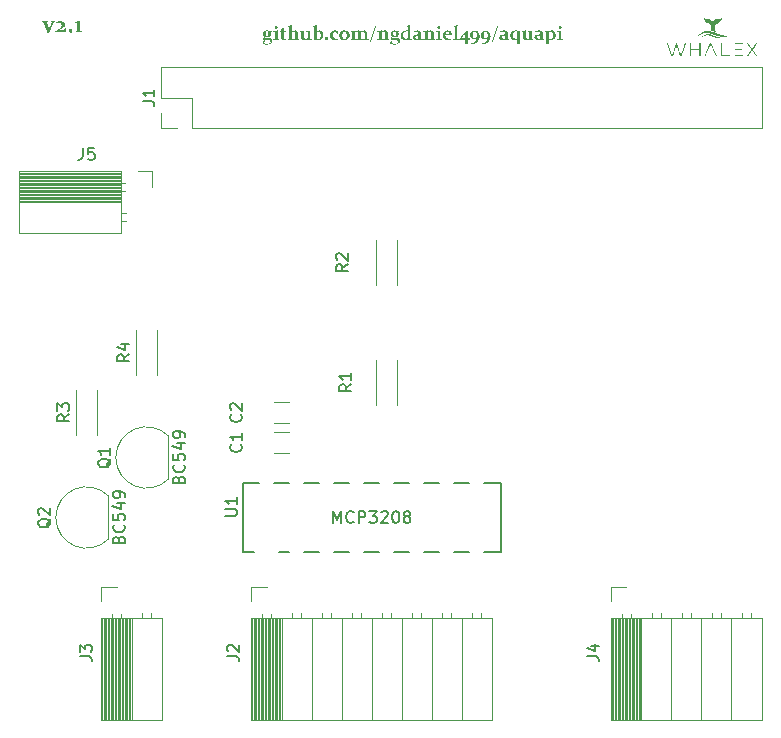
<source format=gbr>
%TF.GenerationSoftware,KiCad,Pcbnew,8.0.6*%
%TF.CreationDate,2024-11-09T21:25:44+11:00*%
%TF.ProjectId,aqua-pi-shield,61717561-2d70-4692-9d73-6869656c642e,rev?*%
%TF.SameCoordinates,Original*%
%TF.FileFunction,Legend,Top*%
%TF.FilePolarity,Positive*%
%FSLAX46Y46*%
G04 Gerber Fmt 4.6, Leading zero omitted, Abs format (unit mm)*
G04 Created by KiCad (PCBNEW 8.0.6) date 2024-11-09 21:25:44*
%MOMM*%
%LPD*%
G01*
G04 APERTURE LIST*
%ADD10C,0.300000*%
%ADD11C,0.150000*%
%ADD12C,0.120000*%
%ADD13C,0.000000*%
%ADD14C,0.152400*%
G04 APERTURE END LIST*
D10*
G36*
X85103255Y-68477107D02*
G01*
X85180252Y-68478524D01*
X85259567Y-68479477D01*
X85341200Y-68479966D01*
X85387554Y-68480038D01*
X85466556Y-68479806D01*
X85543646Y-68479111D01*
X85618824Y-68477951D01*
X85659762Y-68477107D01*
X85665990Y-68524002D01*
X85555715Y-68554043D01*
X85581269Y-68625334D01*
X85608471Y-68699072D01*
X85637322Y-68775257D01*
X85667822Y-68853890D01*
X85699971Y-68934969D01*
X85711053Y-68962540D01*
X85738075Y-69032426D01*
X85759413Y-69092233D01*
X85786948Y-69021326D01*
X85811071Y-68962540D01*
X85841880Y-68887007D01*
X85872482Y-68810985D01*
X85902879Y-68734474D01*
X85933070Y-68657473D01*
X85963055Y-68579982D01*
X85973004Y-68554043D01*
X85865659Y-68524002D01*
X85860530Y-68477107D01*
X85939151Y-68479211D01*
X86013873Y-68479966D01*
X86048108Y-68480038D01*
X86123238Y-68479554D01*
X86198004Y-68478103D01*
X86232390Y-68477107D01*
X86237519Y-68524002D01*
X86126510Y-68552944D01*
X86086210Y-68591779D01*
X86055118Y-68662460D01*
X86022016Y-68738216D01*
X85986905Y-68819046D01*
X85956112Y-68890282D01*
X85923922Y-68965041D01*
X85897166Y-69027386D01*
X85864487Y-69103793D01*
X85834455Y-69174333D01*
X85801912Y-69251235D01*
X85773181Y-69319688D01*
X85744480Y-69388870D01*
X85733768Y-69415000D01*
X85601877Y-69429654D01*
X85574596Y-69360136D01*
X85542441Y-69280449D01*
X85511001Y-69204054D01*
X85482066Y-69134684D01*
X85450644Y-69060127D01*
X85437379Y-69028852D01*
X85404612Y-68951459D01*
X85373401Y-68877733D01*
X85343747Y-68807675D01*
X85310216Y-68728446D01*
X85278926Y-68654498D01*
X85254563Y-68596908D01*
X85209501Y-68551845D01*
X85106186Y-68524002D01*
X85103255Y-68477107D01*
G37*
G36*
X87108733Y-69064023D02*
G01*
X87168450Y-69055963D01*
X87147934Y-69410969D01*
X87140607Y-69417930D01*
X87063631Y-69416934D01*
X86984106Y-69416144D01*
X86902030Y-69415560D01*
X86817405Y-69415183D01*
X86730229Y-69415011D01*
X86700603Y-69415000D01*
X86618785Y-69415103D01*
X86537096Y-69415412D01*
X86455535Y-69415927D01*
X86374104Y-69416648D01*
X86292801Y-69417575D01*
X86265729Y-69417930D01*
X86258768Y-69302526D01*
X86323408Y-69259335D01*
X86385988Y-69217689D01*
X86426563Y-69190785D01*
X86488367Y-69149376D01*
X86551264Y-69105954D01*
X86566514Y-69095163D01*
X86628431Y-69049717D01*
X86672759Y-69012365D01*
X86724239Y-68957865D01*
X86739438Y-68937260D01*
X86772556Y-68871760D01*
X86774609Y-68865087D01*
X86785233Y-68790348D01*
X86772260Y-68718210D01*
X86729568Y-68657261D01*
X86717456Y-68647100D01*
X86651880Y-68611036D01*
X86579183Y-68595632D01*
X86548196Y-68594344D01*
X86474845Y-68602006D01*
X86397857Y-68624994D01*
X86324713Y-68659190D01*
X86285512Y-68577857D01*
X86358164Y-68535649D01*
X86431589Y-68502174D01*
X86505786Y-68477432D01*
X86580756Y-68461422D01*
X86656499Y-68454145D01*
X86681919Y-68453660D01*
X86763320Y-68458857D01*
X86837165Y-68474451D01*
X86911209Y-68504419D01*
X86962187Y-68536824D01*
X87020340Y-68592666D01*
X87056955Y-68656236D01*
X87072355Y-68735089D01*
X87072463Y-68742721D01*
X87063054Y-68816571D01*
X87039124Y-68873147D01*
X86993981Y-68931773D01*
X86938007Y-68981957D01*
X86877492Y-69025249D01*
X86811434Y-69066500D01*
X86768381Y-69091133D01*
X86701290Y-69128342D01*
X86635035Y-69164767D01*
X86563217Y-69203974D01*
X86529511Y-69222292D01*
X86530610Y-69227421D01*
X87032529Y-69227421D01*
X87108733Y-69064023D01*
G37*
G36*
X87542508Y-69110184D02*
G01*
X87617080Y-69125942D01*
X87658279Y-69154881D01*
X87696823Y-69218161D01*
X87704441Y-69273217D01*
X87689835Y-69346594D01*
X87658279Y-69392285D01*
X87595373Y-69430828D01*
X87542508Y-69438447D01*
X87468886Y-69423841D01*
X87423806Y-69392285D01*
X87386181Y-69327862D01*
X87378743Y-69273217D01*
X87393002Y-69199530D01*
X87423806Y-69154881D01*
X87487569Y-69117561D01*
X87542508Y-69110184D01*
G37*
G36*
X87877732Y-68570896D02*
G01*
X87872602Y-68524002D01*
X87954875Y-68513300D01*
X88035914Y-68502492D01*
X88115718Y-68491576D01*
X88194287Y-68480553D01*
X88271623Y-68469423D01*
X88347724Y-68458185D01*
X88377819Y-68453660D01*
X88386978Y-68461720D01*
X88382124Y-68539913D01*
X88378463Y-68619019D01*
X88375993Y-68699036D01*
X88374716Y-68779964D01*
X88374521Y-68826618D01*
X88374521Y-69075013D01*
X88374651Y-69149673D01*
X88374888Y-69195547D01*
X88376193Y-69268980D01*
X88376720Y-69290436D01*
X88405662Y-69326706D01*
X88569427Y-69368105D01*
X88572358Y-69415000D01*
X88491149Y-69413857D01*
X88414218Y-69412996D01*
X88331534Y-69412355D01*
X88254437Y-69412080D01*
X88236036Y-69412069D01*
X88159901Y-69412252D01*
X88078408Y-69412801D01*
X88002706Y-69413583D01*
X87922902Y-69414645D01*
X87899347Y-69415000D01*
X87895317Y-69368105D01*
X88063478Y-69326706D01*
X88091322Y-69294466D01*
X88092324Y-69219212D01*
X88092421Y-69208004D01*
X88093119Y-69134239D01*
X88093154Y-69112383D01*
X88093154Y-68950816D01*
X88092999Y-68875957D01*
X88092483Y-68798930D01*
X88092055Y-68759207D01*
X88091133Y-68683022D01*
X88089523Y-68605909D01*
X88089124Y-68591046D01*
X87877732Y-68570896D01*
G37*
G36*
X104248436Y-69251683D02*
G01*
X104302512Y-69258135D01*
X104361438Y-69266550D01*
X104411249Y-69269859D01*
X104476791Y-69269712D01*
X104539183Y-69269272D01*
X104598424Y-69268540D01*
X104654515Y-69267514D01*
X104659204Y-69308840D01*
X104468695Y-69358079D01*
X104503069Y-69408823D01*
X104523175Y-69463930D01*
X104529071Y-69517814D01*
X104523136Y-69581506D01*
X104505331Y-69638348D01*
X104471111Y-69694105D01*
X104434110Y-69731478D01*
X104382892Y-69766227D01*
X104324200Y-69791048D01*
X104266714Y-69804622D01*
X104203506Y-69810595D01*
X104184396Y-69810905D01*
X104120838Y-69807615D01*
X104062753Y-69797745D01*
X104014696Y-69783062D01*
X103988864Y-69838322D01*
X103982749Y-69872454D01*
X104004731Y-69898247D01*
X104064247Y-69904292D01*
X104095882Y-69904695D01*
X104155191Y-69904364D01*
X104218101Y-69903522D01*
X104278921Y-69902721D01*
X104338483Y-69902360D01*
X104349699Y-69902350D01*
X104415846Y-69905574D01*
X104473897Y-69915246D01*
X104529526Y-69933834D01*
X104565708Y-69953934D01*
X104608926Y-69995465D01*
X104634205Y-70049533D01*
X104641618Y-70109565D01*
X104634297Y-70173954D01*
X104612335Y-70232480D01*
X104575730Y-70285143D01*
X104532700Y-70325617D01*
X104488625Y-70356055D01*
X104429840Y-70387531D01*
X104368233Y-70412494D01*
X104303802Y-70430945D01*
X104236548Y-70442884D01*
X104166470Y-70448310D01*
X104142484Y-70448672D01*
X104075912Y-70446428D01*
X104015707Y-70439696D01*
X103954698Y-70426507D01*
X103896004Y-70404663D01*
X103890132Y-70401778D01*
X103837402Y-70366518D01*
X103803304Y-70316543D01*
X103797515Y-70281317D01*
X103807142Y-70232957D01*
X103966336Y-70232957D01*
X103981210Y-70291575D01*
X104022173Y-70333753D01*
X104025833Y-70336125D01*
X104081286Y-70360415D01*
X104139315Y-70371296D01*
X104187913Y-70373641D01*
X104247411Y-70370563D01*
X104309441Y-70359744D01*
X104366277Y-70341135D01*
X104401284Y-70324401D01*
X104452679Y-70286497D01*
X104484415Y-70235905D01*
X104491556Y-70191631D01*
X104471872Y-70135866D01*
X104453454Y-70119237D01*
X104397980Y-70099883D01*
X104338743Y-70093563D01*
X104286685Y-70092273D01*
X104227045Y-70092304D01*
X104177069Y-70093739D01*
X104116791Y-70095797D01*
X104067452Y-70096376D01*
X104006847Y-70094828D01*
X103992421Y-70094032D01*
X103975532Y-70153156D01*
X103966973Y-70212718D01*
X103966336Y-70232957D01*
X103807142Y-70232957D01*
X103809565Y-70220787D01*
X103841016Y-70165233D01*
X103885359Y-70114995D01*
X103920907Y-70083187D01*
X103869112Y-70052632D01*
X103837985Y-70001456D01*
X103835910Y-69981191D01*
X103848075Y-69923684D01*
X103875323Y-69868198D01*
X103911938Y-69812735D01*
X103952810Y-69760061D01*
X103960474Y-69750822D01*
X103911595Y-69715343D01*
X103870434Y-69666415D01*
X103844954Y-69608547D01*
X103835521Y-69550581D01*
X103835031Y-69532762D01*
X103836032Y-69522503D01*
X104060125Y-69522503D01*
X104062873Y-69581728D01*
X104073424Y-69640860D01*
X104088262Y-69680187D01*
X104129636Y-69723638D01*
X104184689Y-69735874D01*
X104242428Y-69722831D01*
X104278478Y-69683704D01*
X104296781Y-69624168D01*
X104303355Y-69561238D01*
X104303977Y-69531003D01*
X104300722Y-69469523D01*
X104288480Y-69409278D01*
X104276427Y-69378889D01*
X104235223Y-69335437D01*
X104178534Y-69323201D01*
X104120868Y-69335951D01*
X104085038Y-69374199D01*
X104067156Y-69432185D01*
X104060733Y-69493226D01*
X104060125Y-69522503D01*
X103836032Y-69522503D01*
X103840984Y-69471725D01*
X103861914Y-69410592D01*
X103897914Y-69357433D01*
X103930286Y-69326425D01*
X103982071Y-69292188D01*
X104042173Y-69267734D01*
X104101585Y-69254360D01*
X104167363Y-69248475D01*
X104187327Y-69248170D01*
X104248436Y-69251683D01*
G37*
G36*
X105088290Y-68971785D02*
G01*
X105075064Y-69031170D01*
X105050774Y-69063229D01*
X104998165Y-69092351D01*
X104952882Y-69098107D01*
X104893779Y-69086534D01*
X104861437Y-69065281D01*
X104829905Y-69013228D01*
X104825680Y-68979112D01*
X104837643Y-68921616D01*
X104863489Y-68887667D01*
X104916446Y-68859769D01*
X104961967Y-68854255D01*
X105020863Y-68865104D01*
X105052826Y-68885030D01*
X105084099Y-68936144D01*
X105088290Y-68971785D01*
G37*
G36*
X104718115Y-69304443D02*
G01*
X104779300Y-69295960D01*
X104837922Y-69287362D01*
X104904888Y-69276893D01*
X104968165Y-69266259D01*
X105027753Y-69255460D01*
X105065429Y-69248170D01*
X105074515Y-69254618D01*
X105072106Y-69319579D01*
X105070627Y-69379269D01*
X105069770Y-69440791D01*
X105069532Y-69496125D01*
X105069532Y-69805630D01*
X105069740Y-69865768D01*
X105070693Y-69925338D01*
X105071290Y-69941917D01*
X105091807Y-69969761D01*
X105194975Y-69998484D01*
X105197320Y-70036000D01*
X105136723Y-70034974D01*
X105076859Y-70034241D01*
X105017728Y-70033801D01*
X104959330Y-70033655D01*
X104900052Y-70033801D01*
X104840628Y-70034241D01*
X104781057Y-70034974D01*
X104721339Y-70036000D01*
X104717236Y-69998484D01*
X104822163Y-69969761D01*
X104842679Y-69944848D01*
X104844230Y-69883726D01*
X104844438Y-69836697D01*
X104844438Y-69571157D01*
X104844160Y-69511831D01*
X104843198Y-69449068D01*
X104841549Y-69389626D01*
X104840921Y-69372441D01*
X104723098Y-69341959D01*
X104718115Y-69304443D01*
G37*
G36*
X105593872Y-69360717D02*
G01*
X105592705Y-69423677D01*
X105591693Y-69484182D01*
X105590646Y-69556361D01*
X105589844Y-69624705D01*
X105589284Y-69689214D01*
X105588968Y-69749887D01*
X105588890Y-69795665D01*
X105593098Y-69854782D01*
X105614389Y-69910556D01*
X105668311Y-69938470D01*
X105712575Y-69942210D01*
X105774866Y-69940390D01*
X105834501Y-69935762D01*
X105841242Y-69987346D01*
X105784751Y-70013613D01*
X105722218Y-70035732D01*
X105661845Y-70049425D01*
X105596510Y-70054757D01*
X105537873Y-70050932D01*
X105477098Y-70035867D01*
X105424466Y-70006397D01*
X105385184Y-69958740D01*
X105366699Y-69900323D01*
X105363796Y-69859852D01*
X105363961Y-69789650D01*
X105364350Y-69722633D01*
X105364826Y-69663445D01*
X105365449Y-69599301D01*
X105366218Y-69530202D01*
X105367134Y-69456149D01*
X105367917Y-69397357D01*
X105368485Y-69356614D01*
X105257697Y-69332873D01*
X105250076Y-69295944D01*
X105386657Y-69285685D01*
X105461981Y-69085211D01*
X105522539Y-69073524D01*
X105581313Y-69061343D01*
X105584787Y-69060591D01*
X105596510Y-69066453D01*
X105595235Y-69125505D01*
X105594377Y-69186598D01*
X105593937Y-69249730D01*
X105593872Y-69285685D01*
X105824829Y-69285685D01*
X105824829Y-69360717D01*
X105593872Y-69360717D01*
G37*
G36*
X106552281Y-69248170D02*
G01*
X106614994Y-69253363D01*
X106675158Y-69271315D01*
X106725304Y-69302089D01*
X106738394Y-69313822D01*
X106776774Y-69365268D01*
X106797840Y-69423337D01*
X106805542Y-69484800D01*
X106805806Y-69499642D01*
X106805806Y-69788923D01*
X106805977Y-69848166D01*
X106806714Y-69909519D01*
X106807564Y-69941624D01*
X106828960Y-69969761D01*
X106928611Y-69998484D01*
X106931249Y-70036000D01*
X106872374Y-70034974D01*
X106806578Y-70034170D01*
X106741245Y-70033737D01*
X106697948Y-70033655D01*
X106632731Y-70033840D01*
X106570621Y-70034397D01*
X106511618Y-70035324D01*
X106480181Y-70036000D01*
X106476957Y-69998484D01*
X106559316Y-69973571D01*
X106580125Y-69948951D01*
X106580711Y-69896781D01*
X106580711Y-69550640D01*
X106576001Y-69487674D01*
X106558290Y-69430674D01*
X106540851Y-69404974D01*
X106491318Y-69371781D01*
X106432109Y-69360890D01*
X106422442Y-69360717D01*
X106361390Y-69366888D01*
X106303292Y-69383669D01*
X106280586Y-69392957D01*
X106280586Y-69755804D01*
X106280757Y-69818596D01*
X106281273Y-69878009D01*
X106282236Y-69939464D01*
X106282344Y-69944848D01*
X106301395Y-69972106D01*
X106386978Y-69998484D01*
X106388736Y-70036000D01*
X106330109Y-70034866D01*
X106269303Y-70034104D01*
X106206317Y-70033712D01*
X106170383Y-70033655D01*
X106111289Y-70033801D01*
X106052121Y-70034241D01*
X105992880Y-70034974D01*
X105933565Y-70036000D01*
X105929462Y-69998484D01*
X106035854Y-69969761D01*
X106054905Y-69944848D01*
X106055395Y-69883891D01*
X106055491Y-69843732D01*
X106055491Y-69123020D01*
X106055236Y-69063718D01*
X106054355Y-69001035D01*
X106052844Y-68941730D01*
X106052267Y-68924597D01*
X105931221Y-68891771D01*
X105926238Y-68854255D01*
X105988267Y-68845771D01*
X106047591Y-68837173D01*
X106115209Y-68826704D01*
X106178932Y-68816071D01*
X106238761Y-68805272D01*
X106276482Y-68797981D01*
X106285568Y-68804429D01*
X106283160Y-68869038D01*
X106281680Y-68928375D01*
X106280824Y-68989508D01*
X106280586Y-69044471D01*
X106280586Y-69331115D01*
X106332020Y-69302926D01*
X106391740Y-69277411D01*
X106451151Y-69259834D01*
X106510254Y-69250195D01*
X106552281Y-69248170D01*
G37*
G36*
X107615910Y-69965658D02*
G01*
X107562327Y-70000375D01*
X107506724Y-70026566D01*
X107449102Y-70044229D01*
X107389460Y-70053365D01*
X107354473Y-70054757D01*
X107292447Y-70050654D01*
X107232390Y-70036228D01*
X107177733Y-70008018D01*
X107155170Y-69989105D01*
X107117125Y-69937666D01*
X107096242Y-69879963D01*
X107088607Y-69819123D01*
X107088346Y-69804457D01*
X107088346Y-69630654D01*
X107088232Y-69568085D01*
X107087814Y-69503344D01*
X107086957Y-69440242D01*
X107085320Y-69377697D01*
X107085122Y-69372441D01*
X106967299Y-69341959D01*
X106962316Y-69304443D01*
X107023262Y-69295960D01*
X107081717Y-69287362D01*
X107148576Y-69276893D01*
X107211849Y-69266259D01*
X107271537Y-69255460D01*
X107309337Y-69248170D01*
X107318422Y-69254618D01*
X107316014Y-69315793D01*
X107314535Y-69376554D01*
X107313678Y-69443324D01*
X107313440Y-69506676D01*
X107313440Y-69757856D01*
X107318115Y-69818249D01*
X107337590Y-69876881D01*
X107353007Y-69898540D01*
X107404541Y-69932615D01*
X107465261Y-69942210D01*
X107524035Y-69937512D01*
X107583428Y-69921817D01*
X107613565Y-69908798D01*
X107613565Y-69559726D01*
X107613310Y-69498440D01*
X107612429Y-69437796D01*
X107610540Y-69375374D01*
X107610341Y-69370682D01*
X107498967Y-69341959D01*
X107493984Y-69304443D01*
X107553149Y-69295960D01*
X107621238Y-69285628D01*
X107686153Y-69275132D01*
X107747895Y-69264471D01*
X107806463Y-69253645D01*
X107834556Y-69248170D01*
X107844521Y-69248170D01*
X107841688Y-69311534D01*
X107839948Y-69374320D01*
X107839026Y-69434246D01*
X107838665Y-69498829D01*
X107838660Y-69508435D01*
X107838673Y-69579812D01*
X107838715Y-69643880D01*
X107838805Y-69713687D01*
X107838970Y-69782380D01*
X107839240Y-69841737D01*
X107839539Y-69874799D01*
X107844228Y-69928142D01*
X107860055Y-69959210D01*
X107894054Y-69974450D01*
X107953663Y-69979602D01*
X107958827Y-69979726D01*
X107963224Y-70014897D01*
X107905979Y-70032336D01*
X107846615Y-70045999D01*
X107786909Y-70053784D01*
X107759525Y-70054757D01*
X107698525Y-70046056D01*
X107644670Y-70012644D01*
X107615910Y-69965658D01*
G37*
G36*
X108389965Y-68804429D02*
G01*
X108388023Y-68863464D01*
X108386739Y-68923330D01*
X108385804Y-68991749D01*
X108385293Y-69055297D01*
X108385026Y-69124785D01*
X108384982Y-69169328D01*
X108384982Y-69325253D01*
X108437774Y-69295218D01*
X108497386Y-69269925D01*
X108556228Y-69254267D01*
X108621507Y-69248170D01*
X108684515Y-69253149D01*
X108741464Y-69268085D01*
X108799129Y-69297348D01*
X108848882Y-69339618D01*
X108860083Y-69352217D01*
X108894230Y-69400667D01*
X108919990Y-69455232D01*
X108937362Y-69515912D01*
X108946348Y-69582706D01*
X108947718Y-69623620D01*
X108944669Y-69685325D01*
X108932964Y-69753496D01*
X108912480Y-69815258D01*
X108883216Y-69870612D01*
X108845174Y-69919555D01*
X108822861Y-69941624D01*
X108772759Y-69980072D01*
X108715878Y-70010565D01*
X108652216Y-70033103D01*
X108593986Y-70045808D01*
X108531047Y-70052990D01*
X108477306Y-70054757D01*
X108414833Y-70052205D01*
X108348461Y-70044547D01*
X108288468Y-70033920D01*
X108225610Y-70019543D01*
X108159888Y-70001415D01*
X108160596Y-69941111D01*
X108161031Y-69878710D01*
X108161262Y-69817317D01*
X108161352Y-69749584D01*
X108161353Y-69739391D01*
X108161353Y-69387095D01*
X108384982Y-69387095D01*
X108384982Y-69964778D01*
X108443756Y-69976442D01*
X108495478Y-69979726D01*
X108555066Y-69973142D01*
X108610616Y-69950381D01*
X108654946Y-69911364D01*
X108666057Y-69896488D01*
X108693401Y-69844056D01*
X108711796Y-69780403D01*
X108720635Y-69714403D01*
X108722623Y-69659084D01*
X108720099Y-69600394D01*
X108711031Y-69540635D01*
X108692948Y-69482734D01*
X108669867Y-69439558D01*
X108627640Y-69394671D01*
X108573499Y-69368416D01*
X108513942Y-69360717D01*
X108453054Y-69366513D01*
X108392939Y-69383901D01*
X108384982Y-69387095D01*
X108161353Y-69387095D01*
X108161353Y-69252273D01*
X108161240Y-69185476D01*
X108160900Y-69121151D01*
X108160333Y-69059300D01*
X108159540Y-68999921D01*
X108158328Y-68933772D01*
X108158129Y-68924597D01*
X108037083Y-68891771D01*
X108032100Y-68854255D01*
X108093791Y-68845771D01*
X108152834Y-68837173D01*
X108220191Y-68826704D01*
X108283736Y-68816071D01*
X108343468Y-68805272D01*
X108381172Y-68797981D01*
X108389965Y-68804429D01*
G37*
G36*
X109221172Y-69792147D02*
G01*
X109280829Y-69804753D01*
X109313789Y-69827905D01*
X109344623Y-69878529D01*
X109350718Y-69922573D01*
X109339034Y-69981275D01*
X109313789Y-70017828D01*
X109263463Y-70048663D01*
X109221172Y-70054757D01*
X109162274Y-70043073D01*
X109126210Y-70017828D01*
X109096110Y-69966290D01*
X109090160Y-69922573D01*
X109101567Y-69863624D01*
X109126210Y-69827905D01*
X109177221Y-69798049D01*
X109221172Y-69792147D01*
G37*
G36*
X110215924Y-69974743D02*
G01*
X110155607Y-70005921D01*
X110094421Y-70029440D01*
X110032364Y-70045303D01*
X109969439Y-70053507D01*
X109933091Y-70054757D01*
X109867310Y-70051099D01*
X109805816Y-70040126D01*
X109748608Y-70021836D01*
X109695687Y-69996231D01*
X109647052Y-69963309D01*
X109631793Y-69950710D01*
X109584970Y-69901723D01*
X109549647Y-69846060D01*
X109525825Y-69783722D01*
X109514559Y-69724975D01*
X109511625Y-69672273D01*
X109516221Y-69603806D01*
X109530008Y-69540409D01*
X109552986Y-69482082D01*
X109585155Y-69428824D01*
X109626515Y-69380636D01*
X109642344Y-69365699D01*
X109693761Y-69325758D01*
X109749753Y-69294080D01*
X109810320Y-69270666D01*
X109875462Y-69255515D01*
X109945179Y-69248629D01*
X109969434Y-69248170D01*
X110031148Y-69251101D01*
X110091727Y-69259893D01*
X110151169Y-69274548D01*
X110209476Y-69295064D01*
X110195005Y-69353536D01*
X110181486Y-69413473D01*
X110168920Y-69474876D01*
X110157306Y-69537744D01*
X110112170Y-69545071D01*
X110048569Y-69331701D01*
X109988485Y-69323201D01*
X109927821Y-69332968D01*
X109875192Y-69362267D01*
X109834319Y-69405853D01*
X109802634Y-69462823D01*
X109784152Y-69523493D01*
X109775702Y-69584895D01*
X109774235Y-69626844D01*
X109777882Y-69693558D01*
X109788821Y-69752138D01*
X109810254Y-69809126D01*
X109845751Y-69860538D01*
X109850439Y-69865420D01*
X109898427Y-69902540D01*
X109956663Y-69927512D01*
X110017031Y-69939511D01*
X110067620Y-69942210D01*
X110128095Y-69938620D01*
X110186461Y-69928856D01*
X110209476Y-69923452D01*
X110215924Y-69974743D01*
G37*
G36*
X110814722Y-69250767D02*
G01*
X110882509Y-69260742D01*
X110944422Y-69278196D01*
X111000462Y-69303132D01*
X111050629Y-69335549D01*
X111073510Y-69354562D01*
X111119533Y-69404262D01*
X111154253Y-69460526D01*
X111177668Y-69523353D01*
X111188742Y-69582430D01*
X111191625Y-69635344D01*
X111187112Y-69703072D01*
X111173573Y-69765792D01*
X111151007Y-69823505D01*
X111119415Y-69876210D01*
X111078797Y-69923907D01*
X111063251Y-69938693D01*
X111012480Y-69978137D01*
X110956227Y-70009420D01*
X110894493Y-70032542D01*
X110827276Y-70047503D01*
X110767075Y-70053737D01*
X110729127Y-70054757D01*
X110668637Y-70052088D01*
X110601263Y-70041839D01*
X110539576Y-70023903D01*
X110483577Y-69998281D01*
X110433266Y-69964971D01*
X110410244Y-69945434D01*
X110369804Y-69901948D01*
X110333199Y-69845197D01*
X110307982Y-69781967D01*
X110295432Y-69722613D01*
X110291249Y-69658498D01*
X110292355Y-69642085D01*
X110553859Y-69642085D01*
X110556046Y-69705044D01*
X110563905Y-69770404D01*
X110577479Y-69828729D01*
X110599581Y-69885937D01*
X110633693Y-69935396D01*
X110683580Y-69968643D01*
X110746420Y-69979726D01*
X110805346Y-69969959D01*
X110856042Y-69937028D01*
X110884759Y-69897074D01*
X110908097Y-69837603D01*
X110920545Y-69778774D01*
X110926898Y-69719094D01*
X110929016Y-69651757D01*
X110926772Y-69588050D01*
X110918712Y-69522832D01*
X110904790Y-69465711D01*
X110882121Y-69411129D01*
X110843883Y-69361068D01*
X110788029Y-69330156D01*
X110736454Y-69323201D01*
X110678391Y-69332587D01*
X110627846Y-69364234D01*
X110598702Y-69402629D01*
X110575054Y-69460016D01*
X110562442Y-69517343D01*
X110556004Y-69575829D01*
X110553859Y-69642085D01*
X110292355Y-69642085D01*
X110295638Y-69593390D01*
X110308807Y-69532816D01*
X110330754Y-69476776D01*
X110361481Y-69425270D01*
X110400986Y-69378298D01*
X110416106Y-69363648D01*
X110466018Y-69324403D01*
X110522113Y-69293278D01*
X110584390Y-69270273D01*
X110652850Y-69255387D01*
X110714623Y-69249185D01*
X110753747Y-69248170D01*
X110814722Y-69250767D01*
G37*
G36*
X112665289Y-69788923D02*
G01*
X112665461Y-69848166D01*
X112666198Y-69909519D01*
X112667048Y-69941624D01*
X112688443Y-69969761D01*
X112788094Y-69998484D01*
X112790732Y-70036000D01*
X112731967Y-70034974D01*
X112666207Y-70034170D01*
X112600818Y-70033737D01*
X112557431Y-70033655D01*
X112492467Y-70033840D01*
X112431445Y-70034397D01*
X112368264Y-70035450D01*
X112344354Y-70036000D01*
X112340251Y-69998484D01*
X112418506Y-69973571D01*
X112439316Y-69948951D01*
X112440195Y-69896781D01*
X112440195Y-69550640D01*
X112435485Y-69487674D01*
X112417773Y-69430674D01*
X112400334Y-69404974D01*
X112350436Y-69371781D01*
X112290305Y-69360890D01*
X112280460Y-69360717D01*
X112220714Y-69368747D01*
X112163073Y-69390412D01*
X112128346Y-69409370D01*
X112138924Y-69469279D01*
X112140069Y-69499349D01*
X112140069Y-69788923D01*
X112140212Y-69848481D01*
X112140826Y-69911185D01*
X112141535Y-69944848D01*
X112160586Y-69972106D01*
X112242944Y-69998484D01*
X112244703Y-70036000D01*
X112182140Y-70034763D01*
X112122849Y-70034042D01*
X112060729Y-70033691D01*
X112032212Y-70033655D01*
X111967271Y-70033840D01*
X111906317Y-70034397D01*
X111843268Y-70035450D01*
X111819427Y-70036000D01*
X111815910Y-69998484D01*
X111893579Y-69973571D01*
X111914096Y-69948951D01*
X111914975Y-69896781D01*
X111914975Y-69550640D01*
X111910542Y-69487674D01*
X111893872Y-69430674D01*
X111877459Y-69404974D01*
X111827571Y-69370441D01*
X111766378Y-69360717D01*
X111705382Y-69369604D01*
X111650749Y-69391684D01*
X111633607Y-69401163D01*
X111633607Y-69755804D01*
X111633779Y-69818596D01*
X111634294Y-69878009D01*
X111635258Y-69939464D01*
X111635366Y-69944848D01*
X111654417Y-69972106D01*
X111736775Y-69998484D01*
X111738241Y-70036000D01*
X111674820Y-70034763D01*
X111614853Y-70034042D01*
X111552151Y-70033691D01*
X111523405Y-70033655D01*
X111464182Y-70033801D01*
X111404923Y-70034241D01*
X111345627Y-70034974D01*
X111286294Y-70036000D01*
X111282191Y-69998484D01*
X111388583Y-69969761D01*
X111407634Y-69944848D01*
X111408368Y-69883646D01*
X111408513Y-69843438D01*
X111408513Y-69572036D01*
X111408235Y-69512522D01*
X111407273Y-69449496D01*
X111405625Y-69389733D01*
X111404996Y-69372441D01*
X111287173Y-69341959D01*
X111282191Y-69304443D01*
X111340796Y-69296423D01*
X111408912Y-69286422D01*
X111474618Y-69276008D01*
X111537912Y-69265182D01*
X111598794Y-69253943D01*
X111628332Y-69248170D01*
X111640642Y-69254618D01*
X111640642Y-69340200D01*
X111690856Y-69308924D01*
X111749128Y-69280614D01*
X111807062Y-69261112D01*
X111872862Y-69249608D01*
X111905596Y-69248170D01*
X111966781Y-69253359D01*
X112027020Y-69271998D01*
X112076928Y-69304192D01*
X112116505Y-69349942D01*
X112120725Y-69356614D01*
X112177511Y-69319760D01*
X112233781Y-69290531D01*
X112289536Y-69268927D01*
X112353932Y-69253359D01*
X112417627Y-69248170D01*
X112478547Y-69253363D01*
X112537153Y-69271315D01*
X112590579Y-69305872D01*
X112599050Y-69313822D01*
X112636762Y-69365268D01*
X112657462Y-69423337D01*
X112665030Y-69484800D01*
X112665289Y-69499642D01*
X112665289Y-69788923D01*
G37*
G36*
X112894193Y-70223578D02*
G01*
X113310676Y-68854255D01*
X113425861Y-68854255D01*
X113009672Y-70223578D01*
X112894193Y-70223578D01*
G37*
G36*
X113530788Y-69304443D02*
G01*
X113600052Y-69294785D01*
X113666718Y-69284715D01*
X113730789Y-69274232D01*
X113792262Y-69263337D01*
X113851139Y-69252030D01*
X113870188Y-69248170D01*
X113882205Y-69254618D01*
X113882205Y-69340200D01*
X113933639Y-69308924D01*
X113993359Y-69280614D01*
X114052770Y-69261112D01*
X114111873Y-69250417D01*
X114153900Y-69248170D01*
X114216613Y-69253363D01*
X114276777Y-69271315D01*
X114326923Y-69302089D01*
X114340013Y-69313822D01*
X114378393Y-69365268D01*
X114399459Y-69423337D01*
X114407161Y-69484800D01*
X114407424Y-69499642D01*
X114407424Y-69788923D01*
X114407596Y-69848166D01*
X114408333Y-69909519D01*
X114409183Y-69941624D01*
X114430579Y-69969761D01*
X114530230Y-69998484D01*
X114532868Y-70036000D01*
X114473993Y-70034974D01*
X114408197Y-70034170D01*
X114342864Y-70033737D01*
X114299567Y-70033655D01*
X114234350Y-70033840D01*
X114172240Y-70034397D01*
X114113237Y-70035324D01*
X114081800Y-70036000D01*
X114078576Y-69998484D01*
X114160935Y-69973571D01*
X114181744Y-69948951D01*
X114182330Y-69896781D01*
X114182330Y-69550640D01*
X114177620Y-69487674D01*
X114159909Y-69430674D01*
X114142470Y-69404974D01*
X114092937Y-69371781D01*
X114033728Y-69360890D01*
X114024061Y-69360717D01*
X113963009Y-69368459D01*
X113904911Y-69389511D01*
X113882205Y-69401163D01*
X113882205Y-69755804D01*
X113882376Y-69818596D01*
X113882892Y-69878009D01*
X113883855Y-69939464D01*
X113883963Y-69944848D01*
X113903014Y-69972106D01*
X113988597Y-69998484D01*
X113990355Y-70036000D01*
X113931728Y-70034866D01*
X113870922Y-70034104D01*
X113807936Y-70033712D01*
X113772002Y-70033655D01*
X113712780Y-70033801D01*
X113653520Y-70034241D01*
X113594224Y-70034974D01*
X113534891Y-70036000D01*
X113530788Y-69998484D01*
X113637180Y-69969761D01*
X113656231Y-69944848D01*
X113656965Y-69883646D01*
X113657110Y-69843438D01*
X113657110Y-69572036D01*
X113656832Y-69512522D01*
X113655871Y-69449496D01*
X113654222Y-69389733D01*
X113653593Y-69372441D01*
X113535771Y-69341959D01*
X113530788Y-69304443D01*
G37*
G36*
X115050613Y-69251683D02*
G01*
X115104689Y-69258135D01*
X115163615Y-69266550D01*
X115213426Y-69269859D01*
X115278968Y-69269712D01*
X115341360Y-69269272D01*
X115400601Y-69268540D01*
X115456692Y-69267514D01*
X115461381Y-69308840D01*
X115270872Y-69358079D01*
X115305246Y-69408823D01*
X115325352Y-69463930D01*
X115331249Y-69517814D01*
X115325314Y-69581506D01*
X115307508Y-69638348D01*
X115273289Y-69694105D01*
X115236287Y-69731478D01*
X115185069Y-69766227D01*
X115126378Y-69791048D01*
X115068892Y-69804622D01*
X115005684Y-69810595D01*
X114986573Y-69810905D01*
X114923016Y-69807615D01*
X114864930Y-69797745D01*
X114816873Y-69783062D01*
X114791041Y-69838322D01*
X114784926Y-69872454D01*
X114806908Y-69898247D01*
X114866424Y-69904292D01*
X114898060Y-69904695D01*
X114957368Y-69904364D01*
X115020279Y-69903522D01*
X115081099Y-69902721D01*
X115140660Y-69902360D01*
X115151877Y-69902350D01*
X115218024Y-69905574D01*
X115276074Y-69915246D01*
X115331703Y-69933834D01*
X115367885Y-69953934D01*
X115411104Y-69995465D01*
X115436383Y-70049533D01*
X115443796Y-70109565D01*
X115436475Y-70173954D01*
X115414512Y-70232480D01*
X115377907Y-70285143D01*
X115334877Y-70325617D01*
X115290802Y-70356055D01*
X115232018Y-70387531D01*
X115170410Y-70412494D01*
X115105979Y-70430945D01*
X115038725Y-70442884D01*
X114968648Y-70448310D01*
X114944661Y-70448672D01*
X114878089Y-70446428D01*
X114817884Y-70439696D01*
X114756875Y-70426507D01*
X114698181Y-70404663D01*
X114692309Y-70401778D01*
X114639579Y-70366518D01*
X114605481Y-70316543D01*
X114599692Y-70281317D01*
X114609319Y-70232957D01*
X114768513Y-70232957D01*
X114783387Y-70291575D01*
X114824350Y-70333753D01*
X114828011Y-70336125D01*
X114883463Y-70360415D01*
X114941492Y-70371296D01*
X114990090Y-70373641D01*
X115049588Y-70370563D01*
X115111618Y-70359744D01*
X115168455Y-70341135D01*
X115203461Y-70324401D01*
X115254856Y-70286497D01*
X115286592Y-70235905D01*
X115293733Y-70191631D01*
X115274049Y-70135866D01*
X115255631Y-70119237D01*
X115200157Y-70099883D01*
X115140920Y-70093563D01*
X115088862Y-70092273D01*
X115029223Y-70092304D01*
X114979246Y-70093739D01*
X114918969Y-70095797D01*
X114869630Y-70096376D01*
X114809024Y-70094828D01*
X114794598Y-70094032D01*
X114777709Y-70153156D01*
X114769150Y-70212718D01*
X114768513Y-70232957D01*
X114609319Y-70232957D01*
X114611742Y-70220787D01*
X114643193Y-70165233D01*
X114687537Y-70114995D01*
X114723084Y-70083187D01*
X114671289Y-70052632D01*
X114640163Y-70001456D01*
X114638087Y-69981191D01*
X114650252Y-69923684D01*
X114677500Y-69868198D01*
X114714115Y-69812735D01*
X114754988Y-69760061D01*
X114762651Y-69750822D01*
X114713773Y-69715343D01*
X114672612Y-69666415D01*
X114647131Y-69608547D01*
X114637698Y-69550581D01*
X114637208Y-69532762D01*
X114638209Y-69522503D01*
X114862302Y-69522503D01*
X114865050Y-69581728D01*
X114875601Y-69640860D01*
X114890439Y-69680187D01*
X114931813Y-69723638D01*
X114986866Y-69735874D01*
X115044605Y-69722831D01*
X115080655Y-69683704D01*
X115098958Y-69624168D01*
X115105532Y-69561238D01*
X115106154Y-69531003D01*
X115102899Y-69469523D01*
X115090657Y-69409278D01*
X115078604Y-69378889D01*
X115037400Y-69335437D01*
X114980711Y-69323201D01*
X114923046Y-69335951D01*
X114887215Y-69374199D01*
X114869333Y-69432185D01*
X114862911Y-69493226D01*
X114862302Y-69522503D01*
X114638209Y-69522503D01*
X114643162Y-69471725D01*
X114664092Y-69410592D01*
X114700091Y-69357433D01*
X114732463Y-69326425D01*
X114784248Y-69292188D01*
X114844351Y-69267734D01*
X114903762Y-69254360D01*
X114969541Y-69248475D01*
X114989504Y-69248170D01*
X115050613Y-69251683D01*
G37*
G36*
X116325415Y-68804429D02*
G01*
X116323423Y-68871182D01*
X116321843Y-68939769D01*
X116320675Y-69010190D01*
X116320017Y-69070275D01*
X116319644Y-69131634D01*
X116319553Y-69181638D01*
X116319553Y-69628016D01*
X116319622Y-69688890D01*
X116319831Y-69750830D01*
X116320179Y-69813836D01*
X116320432Y-69849300D01*
X116322727Y-69908342D01*
X116323656Y-69916711D01*
X116338311Y-69955692D01*
X116372309Y-69974157D01*
X116431848Y-69979528D01*
X116440013Y-69979726D01*
X116444996Y-70014897D01*
X116387165Y-70032336D01*
X116327843Y-70045999D01*
X116269053Y-70053784D01*
X116242470Y-70054757D01*
X116183256Y-70045999D01*
X116130939Y-70012367D01*
X116102958Y-69965071D01*
X116053224Y-70000017D01*
X115993603Y-70029446D01*
X115931014Y-70047663D01*
X115865458Y-70054670D01*
X115857055Y-70054757D01*
X115796550Y-70050986D01*
X115732211Y-70037053D01*
X115674605Y-70012854D01*
X115623731Y-69978389D01*
X115591514Y-69947486D01*
X115553599Y-69897860D01*
X115524996Y-69843101D01*
X115505706Y-69783208D01*
X115495728Y-69718183D01*
X115494207Y-69678721D01*
X115496151Y-69639447D01*
X115719302Y-69639447D01*
X115723039Y-69704751D01*
X115734249Y-69763205D01*
X115755795Y-69820776D01*
X115779092Y-69859558D01*
X115821184Y-69903144D01*
X115878394Y-69932444D01*
X115940321Y-69942130D01*
X115947034Y-69942210D01*
X116010106Y-69937276D01*
X116068826Y-69922475D01*
X116094459Y-69912315D01*
X116094459Y-69339028D01*
X116033943Y-69326231D01*
X115981618Y-69323201D01*
X115921498Y-69328129D01*
X115862884Y-69345452D01*
X115808960Y-69379330D01*
X115786420Y-69402043D01*
X115753975Y-69452697D01*
X115734049Y-69508311D01*
X115722513Y-69573891D01*
X115719302Y-69639447D01*
X115496151Y-69639447D01*
X115497277Y-69616707D01*
X115509065Y-69548316D01*
X115529694Y-69486499D01*
X115559163Y-69431255D01*
X115597473Y-69382586D01*
X115619944Y-69360717D01*
X115670729Y-69322468D01*
X115728562Y-69292133D01*
X115793442Y-69269712D01*
X115852894Y-69257072D01*
X115917239Y-69249928D01*
X115972240Y-69248170D01*
X116034614Y-69250734D01*
X116094459Y-69257256D01*
X116094345Y-69193041D01*
X116094005Y-69129651D01*
X116093439Y-69067085D01*
X116092645Y-69005344D01*
X116091625Y-68944426D01*
X116091235Y-68924304D01*
X115970188Y-68891771D01*
X115964326Y-68854255D01*
X116025217Y-68845771D01*
X116083875Y-68837173D01*
X116151318Y-68826704D01*
X116215547Y-68816071D01*
X116276560Y-68805272D01*
X116315450Y-68797981D01*
X116325415Y-68804429D01*
G37*
G36*
X117000327Y-69251339D02*
G01*
X117061487Y-69262724D01*
X117119125Y-69285429D01*
X117160432Y-69314408D01*
X117199169Y-69361475D01*
X117223424Y-69419876D01*
X117232870Y-69482127D01*
X117233412Y-69504918D01*
X117229309Y-69847249D01*
X117229888Y-69906291D01*
X117230774Y-69914660D01*
X117246015Y-69953934D01*
X117281479Y-69973278D01*
X117341308Y-69979520D01*
X117349476Y-69979726D01*
X117354459Y-70016362D01*
X117292006Y-70034922D01*
X117234561Y-70047408D01*
X117171152Y-70054420D01*
X117155157Y-70054757D01*
X117092004Y-70046142D01*
X117039992Y-70016764D01*
X117006266Y-69966537D01*
X116952575Y-70005133D01*
X116897309Y-70032702D01*
X116840468Y-70049244D01*
X116782051Y-70054757D01*
X116720152Y-70050213D01*
X116658935Y-70034505D01*
X116605675Y-70007578D01*
X116591249Y-69997311D01*
X116548697Y-69952345D01*
X116523809Y-69896435D01*
X116516510Y-69836111D01*
X116520125Y-69807388D01*
X116741605Y-69807388D01*
X116751007Y-69866387D01*
X116784396Y-69911143D01*
X116837781Y-69936264D01*
X116886099Y-69942210D01*
X116944801Y-69935899D01*
X117002456Y-69913487D01*
X117004214Y-69660842D01*
X116938489Y-69662912D01*
X116876634Y-69670190D01*
X116818413Y-69686199D01*
X116801981Y-69693962D01*
X116758644Y-69735380D01*
X116742135Y-69792745D01*
X116741605Y-69807388D01*
X116520125Y-69807388D01*
X116524131Y-69775551D01*
X116550921Y-69717844D01*
X116597001Y-69671172D01*
X116638436Y-69646188D01*
X116697613Y-69622662D01*
X116757624Y-69607096D01*
X116826207Y-69595776D01*
X116889909Y-69589585D01*
X116959564Y-69586342D01*
X117004214Y-69585811D01*
X117005094Y-69526020D01*
X116998504Y-69464362D01*
X116972748Y-69411609D01*
X116962595Y-69400870D01*
X116911367Y-69372049D01*
X116849883Y-69361344D01*
X116827773Y-69360717D01*
X116765356Y-69362933D01*
X116701700Y-69368795D01*
X116638781Y-69377203D01*
X116624075Y-69379475D01*
X116601214Y-69320270D01*
X116666586Y-69295767D01*
X116731030Y-69276334D01*
X116794548Y-69261970D01*
X116857137Y-69252676D01*
X116918800Y-69248451D01*
X116939148Y-69248170D01*
X117000327Y-69251339D01*
G37*
G36*
X117420697Y-69304443D02*
G01*
X117489961Y-69294785D01*
X117556628Y-69284715D01*
X117620698Y-69274232D01*
X117682172Y-69263337D01*
X117741049Y-69252030D01*
X117760097Y-69248170D01*
X117772114Y-69254618D01*
X117772114Y-69340200D01*
X117823548Y-69308924D01*
X117883268Y-69280614D01*
X117942679Y-69261112D01*
X118001782Y-69250417D01*
X118043810Y-69248170D01*
X118106522Y-69253363D01*
X118166686Y-69271315D01*
X118216832Y-69302089D01*
X118229923Y-69313822D01*
X118268302Y-69365268D01*
X118289368Y-69423337D01*
X118297070Y-69484800D01*
X118297334Y-69499642D01*
X118297334Y-69788923D01*
X118297505Y-69848166D01*
X118298242Y-69909519D01*
X118299092Y-69941624D01*
X118320488Y-69969761D01*
X118420139Y-69998484D01*
X118422777Y-70036000D01*
X118363902Y-70034974D01*
X118298106Y-70034170D01*
X118232774Y-70033737D01*
X118189476Y-70033655D01*
X118124260Y-70033840D01*
X118062150Y-70034397D01*
X118003146Y-70035324D01*
X117971709Y-70036000D01*
X117968485Y-69998484D01*
X118050844Y-69973571D01*
X118071653Y-69948951D01*
X118072240Y-69896781D01*
X118072240Y-69550640D01*
X118067529Y-69487674D01*
X118049818Y-69430674D01*
X118032379Y-69404974D01*
X117982847Y-69371781D01*
X117923638Y-69360890D01*
X117913970Y-69360717D01*
X117852918Y-69368459D01*
X117794820Y-69389511D01*
X117772114Y-69401163D01*
X117772114Y-69755804D01*
X117772286Y-69818596D01*
X117772801Y-69878009D01*
X117773764Y-69939464D01*
X117773872Y-69944848D01*
X117792923Y-69972106D01*
X117878506Y-69998484D01*
X117880265Y-70036000D01*
X117821638Y-70034866D01*
X117760831Y-70034104D01*
X117697845Y-70033712D01*
X117661912Y-70033655D01*
X117602689Y-70033801D01*
X117543429Y-70034241D01*
X117484133Y-70034974D01*
X117424801Y-70036000D01*
X117420697Y-69998484D01*
X117527090Y-69969761D01*
X117546140Y-69944848D01*
X117546875Y-69883646D01*
X117547020Y-69843438D01*
X117547020Y-69572036D01*
X117546742Y-69512522D01*
X117545780Y-69449496D01*
X117544131Y-69389733D01*
X117543503Y-69372441D01*
X117425680Y-69341959D01*
X117420697Y-69304443D01*
G37*
G36*
X118864759Y-68971785D02*
G01*
X118851533Y-69031170D01*
X118827243Y-69063229D01*
X118774634Y-69092351D01*
X118729351Y-69098107D01*
X118670248Y-69086534D01*
X118637906Y-69065281D01*
X118606374Y-69013228D01*
X118602149Y-68979112D01*
X118614112Y-68921616D01*
X118639958Y-68887667D01*
X118692915Y-68859769D01*
X118738436Y-68854255D01*
X118797332Y-68865104D01*
X118829295Y-68885030D01*
X118860568Y-68936144D01*
X118864759Y-68971785D01*
G37*
G36*
X118494584Y-69304443D02*
G01*
X118555769Y-69295960D01*
X118614391Y-69287362D01*
X118681357Y-69276893D01*
X118744634Y-69266259D01*
X118804222Y-69255460D01*
X118841898Y-69248170D01*
X118850983Y-69254618D01*
X118848575Y-69319579D01*
X118847096Y-69379269D01*
X118846239Y-69440791D01*
X118846001Y-69496125D01*
X118846001Y-69805630D01*
X118846209Y-69865768D01*
X118847162Y-69925338D01*
X118847759Y-69941917D01*
X118868276Y-69969761D01*
X118971444Y-69998484D01*
X118973789Y-70036000D01*
X118913192Y-70034974D01*
X118853328Y-70034241D01*
X118794197Y-70033801D01*
X118735799Y-70033655D01*
X118676521Y-70033801D01*
X118617096Y-70034241D01*
X118557526Y-70034974D01*
X118497808Y-70036000D01*
X118493705Y-69998484D01*
X118598632Y-69969761D01*
X118619148Y-69944848D01*
X118620699Y-69883726D01*
X118620907Y-69836697D01*
X118620907Y-69571157D01*
X118620628Y-69511831D01*
X118619667Y-69449068D01*
X118618018Y-69389626D01*
X118617390Y-69372441D01*
X118499567Y-69341959D01*
X118494584Y-69304443D01*
G37*
G36*
X119532767Y-69251230D02*
G01*
X119595522Y-69262536D01*
X119651041Y-69282173D01*
X119705629Y-69314816D01*
X119729378Y-69335218D01*
X119768872Y-69382864D01*
X119797083Y-69438752D01*
X119814009Y-69502885D01*
X119819562Y-69565762D01*
X119819651Y-69575260D01*
X119817013Y-69623327D01*
X119290327Y-69623327D01*
X119293182Y-69683715D01*
X119303726Y-69745677D01*
X119325292Y-69805294D01*
X119361683Y-69858086D01*
X119371514Y-69867765D01*
X119425435Y-69903752D01*
X119487222Y-69925853D01*
X119551985Y-69937557D01*
X119615444Y-69941919D01*
X119638227Y-69942210D01*
X119698951Y-69940340D01*
X119757805Y-69934730D01*
X119809685Y-69926383D01*
X119816133Y-69977967D01*
X119758404Y-70004064D01*
X119699520Y-70024761D01*
X119639482Y-70040059D01*
X119578290Y-70049958D01*
X119515944Y-70054457D01*
X119494905Y-70054757D01*
X119434107Y-70052346D01*
X119366761Y-70043086D01*
X119305534Y-70026881D01*
X119250428Y-70003732D01*
X119193874Y-69967946D01*
X119179246Y-69955986D01*
X119134821Y-69908157D01*
X119101308Y-69851352D01*
X119081266Y-69795518D01*
X119069242Y-69733090D01*
X119065233Y-69664066D01*
X119069087Y-69597534D01*
X119078302Y-69548295D01*
X119293551Y-69548295D01*
X119569057Y-69548295D01*
X119569057Y-69528951D01*
X119566281Y-69466171D01*
X119555620Y-69406930D01*
X119540628Y-69370975D01*
X119496224Y-69331086D01*
X119453579Y-69323201D01*
X119394155Y-69337691D01*
X119349965Y-69377362D01*
X119341912Y-69389147D01*
X119315602Y-69442439D01*
X119299102Y-69503397D01*
X119293551Y-69548295D01*
X119078302Y-69548295D01*
X119080648Y-69535761D01*
X119099917Y-69478749D01*
X119126892Y-69426498D01*
X119161576Y-69379006D01*
X119174849Y-69364234D01*
X119218738Y-69324790D01*
X119276973Y-69289087D01*
X119332917Y-69267325D01*
X119394425Y-69253724D01*
X119461497Y-69248283D01*
X119473217Y-69248170D01*
X119532767Y-69251230D01*
G37*
G36*
X119951249Y-68854255D02*
G01*
X120013277Y-68845771D01*
X120072601Y-68837173D01*
X120140219Y-68826704D01*
X120203943Y-68816071D01*
X120263771Y-68805272D01*
X120301493Y-68797981D01*
X120310579Y-68804429D01*
X120308170Y-68869391D01*
X120306691Y-68929081D01*
X120305835Y-68990603D01*
X120305596Y-69045937D01*
X120305596Y-69805630D01*
X120305804Y-69865768D01*
X120306757Y-69925338D01*
X120307355Y-69941917D01*
X120327871Y-69969761D01*
X120431039Y-69998484D01*
X120433384Y-70036000D01*
X120372787Y-70034974D01*
X120312923Y-70034241D01*
X120253792Y-70033801D01*
X120195394Y-70033655D01*
X120136244Y-70033801D01*
X120076912Y-70034241D01*
X120017396Y-70034974D01*
X119957697Y-70036000D01*
X119953593Y-69998484D01*
X120058520Y-69969761D01*
X120079036Y-69944848D01*
X120080329Y-69883984D01*
X120080502Y-69836990D01*
X120080502Y-69123020D01*
X120080247Y-69063718D01*
X120079365Y-69001035D01*
X120077854Y-68941730D01*
X120077278Y-68924597D01*
X119956231Y-68891771D01*
X119951249Y-68854255D01*
G37*
G36*
X121161195Y-69326329D02*
G01*
X121159852Y-69392206D01*
X121158860Y-69456352D01*
X121158217Y-69518766D01*
X121157925Y-69579450D01*
X121157906Y-69599293D01*
X121157906Y-69923452D01*
X121338450Y-69923452D01*
X121341674Y-70038637D01*
X121282405Y-70037136D01*
X121219049Y-70036257D01*
X121157906Y-70036000D01*
X121157906Y-70136823D01*
X121158162Y-70202622D01*
X121158932Y-70264025D01*
X121160410Y-70327848D01*
X121162009Y-70373641D01*
X121102768Y-70379521D01*
X121039187Y-70386530D01*
X120978852Y-70393957D01*
X120940432Y-70399140D01*
X120928709Y-70393571D01*
X120929559Y-70333045D01*
X120930081Y-70273951D01*
X120930383Y-70209874D01*
X120930467Y-70149719D01*
X120930467Y-70036000D01*
X120725889Y-70036000D01*
X120664359Y-70036208D01*
X120603515Y-70036744D01*
X120536882Y-70037609D01*
X120473831Y-70038637D01*
X120467969Y-69963899D01*
X120501624Y-69923452D01*
X120610411Y-69923452D01*
X120932812Y-69923452D01*
X120932812Y-69516055D01*
X120894507Y-69561131D01*
X120855429Y-69607881D01*
X120850160Y-69614241D01*
X120810996Y-69662309D01*
X120772090Y-69710892D01*
X120766922Y-69717409D01*
X120728647Y-69766319D01*
X120690758Y-69815228D01*
X120685736Y-69821750D01*
X120649333Y-69869934D01*
X120612632Y-69920336D01*
X120610411Y-69923452D01*
X120501624Y-69923452D01*
X120505882Y-69918335D01*
X120544445Y-69871658D01*
X120583657Y-69823868D01*
X120605722Y-69796837D01*
X120645642Y-69747568D01*
X120685609Y-69698022D01*
X120725622Y-69648197D01*
X120747871Y-69620396D01*
X120787771Y-69570136D01*
X120827346Y-69519922D01*
X120866596Y-69469754D01*
X120888262Y-69441903D01*
X120926917Y-69391921D01*
X120964738Y-69342542D01*
X121001724Y-69293765D01*
X121021912Y-69266928D01*
X121162889Y-69258721D01*
X121161195Y-69326329D01*
G37*
G36*
X121835858Y-69271379D02*
G01*
X121897724Y-69284733D01*
X121954890Y-69306990D01*
X122007358Y-69338149D01*
X122055128Y-69378211D01*
X122070006Y-69393543D01*
X122109849Y-69443528D01*
X122141448Y-69498520D01*
X122164803Y-69558520D01*
X122179916Y-69623528D01*
X122186785Y-69693544D01*
X122187243Y-69717995D01*
X122184326Y-69788827D01*
X122175574Y-69856389D01*
X122160988Y-69920682D01*
X122140568Y-69981704D01*
X122114314Y-70039457D01*
X122082225Y-70093940D01*
X122044301Y-70145153D01*
X122000544Y-70193096D01*
X121951144Y-70237088D01*
X121896295Y-70276298D01*
X121835996Y-70310727D01*
X121770247Y-70340375D01*
X121699049Y-70365242D01*
X121642074Y-70380755D01*
X121582033Y-70393578D01*
X121518927Y-70403712D01*
X121452756Y-70411157D01*
X121442205Y-70336125D01*
X121521954Y-70321067D01*
X121594800Y-70300181D01*
X121660742Y-70273469D01*
X121719781Y-70240930D01*
X121771915Y-70202564D01*
X121817146Y-70158371D01*
X121855474Y-70108351D01*
X121886898Y-70052504D01*
X121911418Y-69990831D01*
X121929034Y-69923330D01*
X121936943Y-69875092D01*
X121936064Y-69874506D01*
X121892218Y-69915505D01*
X121841977Y-69946434D01*
X121785340Y-69967293D01*
X121722308Y-69978082D01*
X121683419Y-69979726D01*
X121620020Y-69974139D01*
X121561127Y-69957378D01*
X121506740Y-69929442D01*
X121456859Y-69890333D01*
X121415314Y-69841515D01*
X121385638Y-69784747D01*
X121367833Y-69720029D01*
X121361990Y-69656879D01*
X121361898Y-69647360D01*
X121365680Y-69592259D01*
X121605750Y-69592259D01*
X121608148Y-69654730D01*
X121616762Y-69718019D01*
X121633941Y-69778885D01*
X121655868Y-69823801D01*
X121693747Y-69869857D01*
X121746818Y-69899639D01*
X121783949Y-69904695D01*
X121842629Y-69892689D01*
X121889416Y-69856673D01*
X121900600Y-69841973D01*
X121926676Y-69788090D01*
X121940006Y-69726676D01*
X121943391Y-69667877D01*
X121941021Y-69601667D01*
X121933910Y-69542807D01*
X121919979Y-69484537D01*
X121896906Y-69430456D01*
X121893859Y-69425197D01*
X121855164Y-69377807D01*
X121802367Y-69348543D01*
X121755519Y-69341959D01*
X121695202Y-69356707D01*
X121652038Y-69397082D01*
X121644438Y-69409077D01*
X121620862Y-69466161D01*
X121609528Y-69524373D01*
X121605787Y-69585035D01*
X121605750Y-69592259D01*
X121365680Y-69592259D01*
X121366091Y-69586268D01*
X121381585Y-69520593D01*
X121408495Y-69460950D01*
X121446821Y-69407336D01*
X121481186Y-69372734D01*
X121527750Y-69336776D01*
X121586424Y-69304228D01*
X121649782Y-69281807D01*
X121707818Y-69270647D01*
X121769295Y-69266928D01*
X121835858Y-69271379D01*
G37*
G36*
X122753821Y-69271379D02*
G01*
X122815686Y-69284733D01*
X122872853Y-69306990D01*
X122925321Y-69338149D01*
X122973090Y-69378211D01*
X122987969Y-69393543D01*
X123027811Y-69443528D01*
X123059410Y-69498520D01*
X123082766Y-69558520D01*
X123097878Y-69623528D01*
X123104747Y-69693544D01*
X123105205Y-69717995D01*
X123102288Y-69788827D01*
X123093537Y-69856389D01*
X123078951Y-69920682D01*
X123058531Y-69981704D01*
X123032276Y-70039457D01*
X123000187Y-70093940D01*
X122962264Y-70145153D01*
X122918506Y-70193096D01*
X122869106Y-70237088D01*
X122814257Y-70276298D01*
X122753958Y-70310727D01*
X122688210Y-70340375D01*
X122617011Y-70365242D01*
X122560036Y-70380755D01*
X122499996Y-70393578D01*
X122436890Y-70403712D01*
X122370718Y-70411157D01*
X122360167Y-70336125D01*
X122439916Y-70321067D01*
X122512762Y-70300181D01*
X122578704Y-70273469D01*
X122637743Y-70240930D01*
X122689878Y-70202564D01*
X122735109Y-70158371D01*
X122773436Y-70108351D01*
X122804860Y-70052504D01*
X122829380Y-69990831D01*
X122846996Y-69923330D01*
X122854905Y-69875092D01*
X122854026Y-69874506D01*
X122810180Y-69915505D01*
X122759939Y-69946434D01*
X122703303Y-69967293D01*
X122640271Y-69978082D01*
X122601381Y-69979726D01*
X122537982Y-69974139D01*
X122479089Y-69957378D01*
X122424702Y-69929442D01*
X122374822Y-69890333D01*
X122333276Y-69841515D01*
X122303600Y-69784747D01*
X122285795Y-69720029D01*
X122279953Y-69656879D01*
X122279860Y-69647360D01*
X122283643Y-69592259D01*
X122523712Y-69592259D01*
X122526110Y-69654730D01*
X122534724Y-69718019D01*
X122551904Y-69778885D01*
X122573831Y-69823801D01*
X122611710Y-69869857D01*
X122664781Y-69899639D01*
X122701912Y-69904695D01*
X122760592Y-69892689D01*
X122807379Y-69856673D01*
X122818562Y-69841973D01*
X122844638Y-69788090D01*
X122857968Y-69726676D01*
X122861353Y-69667877D01*
X122858983Y-69601667D01*
X122851872Y-69542807D01*
X122837941Y-69484537D01*
X122814868Y-69430456D01*
X122811821Y-69425197D01*
X122773126Y-69377807D01*
X122720329Y-69348543D01*
X122673482Y-69341959D01*
X122613165Y-69356707D01*
X122570000Y-69397082D01*
X122562400Y-69409077D01*
X122538825Y-69466161D01*
X122527490Y-69524373D01*
X122523750Y-69585035D01*
X122523712Y-69592259D01*
X122283643Y-69592259D01*
X122284054Y-69586268D01*
X122299547Y-69520593D01*
X122326457Y-69460950D01*
X122364783Y-69407336D01*
X122399148Y-69372734D01*
X122445712Y-69336776D01*
X122504386Y-69304228D01*
X122567744Y-69281807D01*
X122625780Y-69270647D01*
X122687257Y-69266928D01*
X122753821Y-69271379D01*
G37*
G36*
X123223907Y-70223578D02*
G01*
X123640390Y-68854255D01*
X123755575Y-68854255D01*
X123339385Y-70223578D01*
X123223907Y-70223578D01*
G37*
G36*
X124339336Y-69251339D02*
G01*
X124400496Y-69262724D01*
X124458134Y-69285429D01*
X124499441Y-69314408D01*
X124538179Y-69361475D01*
X124562433Y-69419876D01*
X124571879Y-69482127D01*
X124572421Y-69504918D01*
X124568318Y-69847249D01*
X124568897Y-69906291D01*
X124569783Y-69914660D01*
X124585024Y-69953934D01*
X124620488Y-69973278D01*
X124680318Y-69979520D01*
X124688485Y-69979726D01*
X124693468Y-70016362D01*
X124631015Y-70034922D01*
X124573570Y-70047408D01*
X124510161Y-70054420D01*
X124494166Y-70054757D01*
X124431014Y-70046142D01*
X124379001Y-70016764D01*
X124345275Y-69966537D01*
X124291584Y-70005133D01*
X124236318Y-70032702D01*
X124179477Y-70049244D01*
X124121060Y-70054757D01*
X124059162Y-70050213D01*
X123997944Y-70034505D01*
X123944684Y-70007578D01*
X123930258Y-69997311D01*
X123887706Y-69952345D01*
X123862818Y-69896435D01*
X123855519Y-69836111D01*
X123859134Y-69807388D01*
X124080614Y-69807388D01*
X124090016Y-69866387D01*
X124123405Y-69911143D01*
X124176790Y-69936264D01*
X124225108Y-69942210D01*
X124283810Y-69935899D01*
X124341465Y-69913487D01*
X124343224Y-69660842D01*
X124277498Y-69662912D01*
X124215643Y-69670190D01*
X124157422Y-69686199D01*
X124140990Y-69693962D01*
X124097654Y-69735380D01*
X124081144Y-69792745D01*
X124080614Y-69807388D01*
X123859134Y-69807388D01*
X123863140Y-69775551D01*
X123889930Y-69717844D01*
X123936010Y-69671172D01*
X123977445Y-69646188D01*
X124036622Y-69622662D01*
X124096633Y-69607096D01*
X124165216Y-69595776D01*
X124228918Y-69589585D01*
X124298573Y-69586342D01*
X124343224Y-69585811D01*
X124344103Y-69526020D01*
X124337513Y-69464362D01*
X124311757Y-69411609D01*
X124301605Y-69400870D01*
X124250376Y-69372049D01*
X124188893Y-69361344D01*
X124166782Y-69360717D01*
X124104365Y-69362933D01*
X124040709Y-69368795D01*
X123977790Y-69377203D01*
X123963084Y-69379475D01*
X123940223Y-69320270D01*
X124005595Y-69295767D01*
X124070039Y-69276334D01*
X124133557Y-69261970D01*
X124196147Y-69252676D01*
X124257809Y-69248451D01*
X124278157Y-69248170D01*
X124339336Y-69251339D01*
G37*
G36*
X125604396Y-69251394D02*
G01*
X125602503Y-69313554D01*
X125601002Y-69379795D01*
X125599893Y-69450117D01*
X125599268Y-69511835D01*
X125598914Y-69576386D01*
X125598827Y-69630068D01*
X125598827Y-70167304D01*
X125598864Y-70228725D01*
X125599013Y-70287418D01*
X125599413Y-70335832D01*
X125619344Y-70362796D01*
X125720753Y-70392399D01*
X125723977Y-70429914D01*
X125664406Y-70428760D01*
X125605275Y-70427936D01*
X125546584Y-70427441D01*
X125488332Y-70427277D01*
X125428981Y-70427441D01*
X125369630Y-70427936D01*
X125310279Y-70428760D01*
X125250928Y-70429914D01*
X125246824Y-70392399D01*
X125350579Y-70363676D01*
X125371974Y-70338763D01*
X125372824Y-70278817D01*
X125373347Y-70218719D01*
X125373649Y-70152211D01*
X125373733Y-70088756D01*
X125373733Y-69976795D01*
X125321737Y-70007173D01*
X125261213Y-70032754D01*
X125199518Y-70048590D01*
X125136649Y-70054681D01*
X125128709Y-70054757D01*
X125061255Y-70049638D01*
X124999944Y-70034281D01*
X124944776Y-70008686D01*
X124895751Y-69972852D01*
X124870495Y-69947779D01*
X124832694Y-69898295D01*
X124804177Y-69843706D01*
X124784945Y-69784012D01*
X124774998Y-69719213D01*
X124773482Y-69679893D01*
X124775389Y-69641792D01*
X124998576Y-69641792D01*
X125002221Y-69707865D01*
X125013157Y-69766575D01*
X125034175Y-69823822D01*
X125056901Y-69861903D01*
X125098506Y-69904253D01*
X125156173Y-69932721D01*
X125219417Y-69942132D01*
X125226308Y-69942210D01*
X125288391Y-69937760D01*
X125347475Y-69924410D01*
X125373733Y-69915246D01*
X125373733Y-69336390D01*
X125314895Y-69326498D01*
X125257962Y-69323201D01*
X125196394Y-69328440D01*
X125137247Y-69346859D01*
X125084090Y-69382877D01*
X125062470Y-69407025D01*
X125031584Y-69459486D01*
X125012615Y-69515031D01*
X125001633Y-69578966D01*
X124998576Y-69641792D01*
X124775389Y-69641792D01*
X124776559Y-69618427D01*
X124788374Y-69550448D01*
X124809051Y-69488775D01*
X124838589Y-69433409D01*
X124876988Y-69384348D01*
X124899511Y-69362182D01*
X124950169Y-69323436D01*
X125007401Y-69292706D01*
X125071206Y-69269992D01*
X125129400Y-69257188D01*
X125192158Y-69249951D01*
X125245652Y-69248170D01*
X125305976Y-69250660D01*
X125368247Y-69258130D01*
X125425954Y-69269112D01*
X125445540Y-69273669D01*
X125505254Y-69263266D01*
X125563314Y-69251671D01*
X125594724Y-69244946D01*
X125604396Y-69251394D01*
G37*
G36*
X126392519Y-69965658D02*
G01*
X126338936Y-70000375D01*
X126283333Y-70026566D01*
X126225711Y-70044229D01*
X126166069Y-70053365D01*
X126131081Y-70054757D01*
X126069056Y-70050654D01*
X126008999Y-70036228D01*
X125954342Y-70008018D01*
X125931779Y-69989105D01*
X125893733Y-69937666D01*
X125872850Y-69879963D01*
X125865215Y-69819123D01*
X125864954Y-69804457D01*
X125864954Y-69630654D01*
X125864841Y-69568085D01*
X125864422Y-69503344D01*
X125863566Y-69440242D01*
X125861928Y-69377697D01*
X125861730Y-69372441D01*
X125743907Y-69341959D01*
X125738925Y-69304443D01*
X125799870Y-69295960D01*
X125858325Y-69287362D01*
X125925184Y-69276893D01*
X125988458Y-69266259D01*
X126048145Y-69255460D01*
X126085945Y-69248170D01*
X126095031Y-69254618D01*
X126092622Y-69315793D01*
X126091143Y-69376554D01*
X126090287Y-69443324D01*
X126090048Y-69506676D01*
X126090048Y-69757856D01*
X126094724Y-69818249D01*
X126114198Y-69876881D01*
X126129616Y-69898540D01*
X126181149Y-69932615D01*
X126241870Y-69942210D01*
X126300644Y-69937512D01*
X126360036Y-69921817D01*
X126390174Y-69908798D01*
X126390174Y-69559726D01*
X126389919Y-69498440D01*
X126389037Y-69437796D01*
X126387148Y-69375374D01*
X126386950Y-69370682D01*
X126275575Y-69341959D01*
X126270593Y-69304443D01*
X126329758Y-69295960D01*
X126397846Y-69285628D01*
X126462762Y-69275132D01*
X126524503Y-69264471D01*
X126583071Y-69253645D01*
X126611165Y-69248170D01*
X126621130Y-69248170D01*
X126618296Y-69311534D01*
X126616556Y-69374320D01*
X126615635Y-69434246D01*
X126615274Y-69498829D01*
X126615268Y-69508435D01*
X126615282Y-69579812D01*
X126615323Y-69643880D01*
X126615413Y-69713687D01*
X126615578Y-69782380D01*
X126615849Y-69841737D01*
X126616147Y-69874799D01*
X126620837Y-69928142D01*
X126636664Y-69959210D01*
X126670662Y-69974450D01*
X126730271Y-69979602D01*
X126735436Y-69979726D01*
X126739832Y-70014897D01*
X126682588Y-70032336D01*
X126623224Y-70045999D01*
X126563518Y-70053784D01*
X126536133Y-70054757D01*
X126475134Y-70046056D01*
X126421278Y-70012644D01*
X126392519Y-69965658D01*
G37*
G36*
X127307766Y-69251339D02*
G01*
X127368926Y-69262724D01*
X127426564Y-69285429D01*
X127467871Y-69314408D01*
X127506608Y-69361475D01*
X127530863Y-69419876D01*
X127540309Y-69482127D01*
X127540851Y-69504918D01*
X127536748Y-69847249D01*
X127537327Y-69906291D01*
X127538213Y-69914660D01*
X127553454Y-69953934D01*
X127588918Y-69973278D01*
X127648747Y-69979520D01*
X127656915Y-69979726D01*
X127661898Y-70016362D01*
X127599445Y-70034922D01*
X127542000Y-70047408D01*
X127478591Y-70054420D01*
X127462595Y-70054757D01*
X127399443Y-70046142D01*
X127347431Y-70016764D01*
X127313705Y-69966537D01*
X127260014Y-70005133D01*
X127204748Y-70032702D01*
X127147907Y-70049244D01*
X127089490Y-70054757D01*
X127027591Y-70050213D01*
X126966374Y-70034505D01*
X126913114Y-70007578D01*
X126898688Y-69997311D01*
X126856136Y-69952345D01*
X126831248Y-69896435D01*
X126823949Y-69836111D01*
X126827564Y-69807388D01*
X127049043Y-69807388D01*
X127058446Y-69866387D01*
X127091835Y-69911143D01*
X127145220Y-69936264D01*
X127193538Y-69942210D01*
X127252240Y-69935899D01*
X127309895Y-69913487D01*
X127311653Y-69660842D01*
X127245928Y-69662912D01*
X127184073Y-69670190D01*
X127125852Y-69686199D01*
X127109420Y-69693962D01*
X127066083Y-69735380D01*
X127049574Y-69792745D01*
X127049043Y-69807388D01*
X126827564Y-69807388D01*
X126831570Y-69775551D01*
X126858360Y-69717844D01*
X126904439Y-69671172D01*
X126945875Y-69646188D01*
X127005052Y-69622662D01*
X127065063Y-69607096D01*
X127133646Y-69595776D01*
X127197348Y-69589585D01*
X127267003Y-69586342D01*
X127311653Y-69585811D01*
X127312533Y-69526020D01*
X127305943Y-69464362D01*
X127280187Y-69411609D01*
X127270034Y-69400870D01*
X127218806Y-69372049D01*
X127157322Y-69361344D01*
X127135212Y-69360717D01*
X127072794Y-69362933D01*
X127009139Y-69368795D01*
X126946220Y-69377203D01*
X126931514Y-69379475D01*
X126908653Y-69320270D01*
X126974025Y-69295767D01*
X127038469Y-69276334D01*
X127101987Y-69261970D01*
X127164576Y-69252676D01*
X127226239Y-69248451D01*
X127246587Y-69248170D01*
X127307766Y-69251339D01*
G37*
G36*
X128360929Y-69253064D02*
G01*
X128425038Y-69270645D01*
X128481417Y-69301012D01*
X128530066Y-69344166D01*
X128535603Y-69350459D01*
X128569864Y-69398097D01*
X128595710Y-69451766D01*
X128613141Y-69511466D01*
X128622157Y-69577197D01*
X128623531Y-69617465D01*
X128620511Y-69679164D01*
X128608915Y-69747555D01*
X128588623Y-69809785D01*
X128559635Y-69865852D01*
X128521950Y-69915758D01*
X128499846Y-69938400D01*
X128450782Y-69977943D01*
X128396133Y-70009305D01*
X128335899Y-70032486D01*
X128270081Y-70047485D01*
X128210966Y-70053735D01*
X128173635Y-70054757D01*
X128114930Y-70051449D01*
X128060795Y-70043034D01*
X128060795Y-70217130D01*
X128061076Y-70279112D01*
X128062260Y-70331436D01*
X128084535Y-70361917D01*
X128200893Y-70392399D01*
X128203237Y-70429914D01*
X128144479Y-70428887D01*
X128079766Y-70428021D01*
X128017653Y-70427485D01*
X127958142Y-70427279D01*
X127950886Y-70427277D01*
X127891663Y-70427441D01*
X127832404Y-70427936D01*
X127773107Y-70428760D01*
X127713775Y-70429914D01*
X127709672Y-70392399D01*
X127813426Y-70363676D01*
X127834235Y-70339056D01*
X127835184Y-70279559D01*
X127835585Y-70220231D01*
X127835701Y-70156753D01*
X127835701Y-69829077D01*
X127835672Y-69764205D01*
X127835587Y-69703897D01*
X127835386Y-69630588D01*
X127835084Y-69565393D01*
X127834564Y-69495312D01*
X127833733Y-69427951D01*
X127832828Y-69387974D01*
X128060795Y-69387974D01*
X128060795Y-69967416D01*
X128121919Y-69977021D01*
X128173928Y-69979726D01*
X128237750Y-69971569D01*
X128291096Y-69947097D01*
X128333967Y-69906310D01*
X128341284Y-69896195D01*
X128368911Y-69843505D01*
X128385878Y-69787094D01*
X128395701Y-69721671D01*
X128398436Y-69657032D01*
X128395870Y-69596355D01*
X128386651Y-69535424D01*
X128368266Y-69477605D01*
X128344801Y-69435748D01*
X128302281Y-69393030D01*
X128248471Y-69368044D01*
X128189755Y-69360717D01*
X128129296Y-69365934D01*
X128071491Y-69383103D01*
X128060795Y-69387974D01*
X127832828Y-69387974D01*
X127832477Y-69372441D01*
X127714654Y-69341959D01*
X127709672Y-69304443D01*
X127778756Y-69294785D01*
X127845327Y-69284715D01*
X127909384Y-69274232D01*
X127970926Y-69263337D01*
X128029954Y-69252030D01*
X128049071Y-69248170D01*
X128060795Y-69252273D01*
X128060795Y-69329649D01*
X128114244Y-69297901D01*
X128174332Y-69271165D01*
X128233358Y-69254615D01*
X128298492Y-69248170D01*
X128360929Y-69253064D01*
G37*
G36*
X129125303Y-68971785D02*
G01*
X129112077Y-69031170D01*
X129087787Y-69063229D01*
X129035178Y-69092351D01*
X128989895Y-69098107D01*
X128930792Y-69086534D01*
X128898450Y-69065281D01*
X128866918Y-69013228D01*
X128862693Y-68979112D01*
X128874656Y-68921616D01*
X128900502Y-68887667D01*
X128953459Y-68859769D01*
X128998981Y-68854255D01*
X129057877Y-68865104D01*
X129089839Y-68885030D01*
X129121112Y-68936144D01*
X129125303Y-68971785D01*
G37*
G36*
X128755129Y-69304443D02*
G01*
X128816313Y-69295960D01*
X128874935Y-69287362D01*
X128941901Y-69276893D01*
X129005178Y-69266259D01*
X129064766Y-69255460D01*
X129102442Y-69248170D01*
X129111528Y-69254618D01*
X129109119Y-69319579D01*
X129107640Y-69379269D01*
X129106784Y-69440791D01*
X129106545Y-69496125D01*
X129106545Y-69805630D01*
X129106753Y-69865768D01*
X129107706Y-69925338D01*
X129108304Y-69941917D01*
X129128820Y-69969761D01*
X129231988Y-69998484D01*
X129234333Y-70036000D01*
X129173736Y-70034974D01*
X129113872Y-70034241D01*
X129054741Y-70033801D01*
X128996343Y-70033655D01*
X128937065Y-70033801D01*
X128877641Y-70034241D01*
X128818070Y-70034974D01*
X128758353Y-70036000D01*
X128754249Y-69998484D01*
X128859176Y-69969761D01*
X128879692Y-69944848D01*
X128881243Y-69883726D01*
X128881451Y-69836697D01*
X128881451Y-69571157D01*
X128881173Y-69511831D01*
X128880211Y-69449068D01*
X128878562Y-69389626D01*
X128877934Y-69372441D01*
X128760111Y-69341959D01*
X128755129Y-69304443D01*
G37*
D11*
X131284819Y-122233333D02*
X131999104Y-122233333D01*
X131999104Y-122233333D02*
X132141961Y-122280952D01*
X132141961Y-122280952D02*
X132237200Y-122376190D01*
X132237200Y-122376190D02*
X132284819Y-122519047D01*
X132284819Y-122519047D02*
X132284819Y-122614285D01*
X131618152Y-121328571D02*
X132284819Y-121328571D01*
X131237200Y-121566666D02*
X131951485Y-121804761D01*
X131951485Y-121804761D02*
X131951485Y-121185714D01*
X111314819Y-99216666D02*
X110838628Y-99549999D01*
X111314819Y-99788094D02*
X110314819Y-99788094D01*
X110314819Y-99788094D02*
X110314819Y-99407142D01*
X110314819Y-99407142D02*
X110362438Y-99311904D01*
X110362438Y-99311904D02*
X110410057Y-99264285D01*
X110410057Y-99264285D02*
X110505295Y-99216666D01*
X110505295Y-99216666D02*
X110648152Y-99216666D01*
X110648152Y-99216666D02*
X110743390Y-99264285D01*
X110743390Y-99264285D02*
X110791009Y-99311904D01*
X110791009Y-99311904D02*
X110838628Y-99407142D01*
X110838628Y-99407142D02*
X110838628Y-99788094D01*
X111314819Y-98264285D02*
X111314819Y-98835713D01*
X111314819Y-98549999D02*
X110314819Y-98549999D01*
X110314819Y-98549999D02*
X110457676Y-98645237D01*
X110457676Y-98645237D02*
X110552914Y-98740475D01*
X110552914Y-98740475D02*
X110600533Y-98835713D01*
X111024819Y-89066666D02*
X110548628Y-89399999D01*
X111024819Y-89638094D02*
X110024819Y-89638094D01*
X110024819Y-89638094D02*
X110024819Y-89257142D01*
X110024819Y-89257142D02*
X110072438Y-89161904D01*
X110072438Y-89161904D02*
X110120057Y-89114285D01*
X110120057Y-89114285D02*
X110215295Y-89066666D01*
X110215295Y-89066666D02*
X110358152Y-89066666D01*
X110358152Y-89066666D02*
X110453390Y-89114285D01*
X110453390Y-89114285D02*
X110501009Y-89161904D01*
X110501009Y-89161904D02*
X110548628Y-89257142D01*
X110548628Y-89257142D02*
X110548628Y-89638094D01*
X110120057Y-88685713D02*
X110072438Y-88638094D01*
X110072438Y-88638094D02*
X110024819Y-88542856D01*
X110024819Y-88542856D02*
X110024819Y-88304761D01*
X110024819Y-88304761D02*
X110072438Y-88209523D01*
X110072438Y-88209523D02*
X110120057Y-88161904D01*
X110120057Y-88161904D02*
X110215295Y-88114285D01*
X110215295Y-88114285D02*
X110310533Y-88114285D01*
X110310533Y-88114285D02*
X110453390Y-88161904D01*
X110453390Y-88161904D02*
X111024819Y-88733332D01*
X111024819Y-88733332D02*
X111024819Y-88114285D01*
X88354819Y-122253333D02*
X89069104Y-122253333D01*
X89069104Y-122253333D02*
X89211961Y-122300952D01*
X89211961Y-122300952D02*
X89307200Y-122396190D01*
X89307200Y-122396190D02*
X89354819Y-122539047D01*
X89354819Y-122539047D02*
X89354819Y-122634285D01*
X88354819Y-121872380D02*
X88354819Y-121253333D01*
X88354819Y-121253333D02*
X88735771Y-121586666D01*
X88735771Y-121586666D02*
X88735771Y-121443809D01*
X88735771Y-121443809D02*
X88783390Y-121348571D01*
X88783390Y-121348571D02*
X88831009Y-121300952D01*
X88831009Y-121300952D02*
X88926247Y-121253333D01*
X88926247Y-121253333D02*
X89164342Y-121253333D01*
X89164342Y-121253333D02*
X89259580Y-121300952D01*
X89259580Y-121300952D02*
X89307200Y-121348571D01*
X89307200Y-121348571D02*
X89354819Y-121443809D01*
X89354819Y-121443809D02*
X89354819Y-121729523D01*
X89354819Y-121729523D02*
X89307200Y-121824761D01*
X89307200Y-121824761D02*
X89259580Y-121872380D01*
X100824819Y-122253333D02*
X101539104Y-122253333D01*
X101539104Y-122253333D02*
X101681961Y-122300952D01*
X101681961Y-122300952D02*
X101777200Y-122396190D01*
X101777200Y-122396190D02*
X101824819Y-122539047D01*
X101824819Y-122539047D02*
X101824819Y-122634285D01*
X100920057Y-121824761D02*
X100872438Y-121777142D01*
X100872438Y-121777142D02*
X100824819Y-121681904D01*
X100824819Y-121681904D02*
X100824819Y-121443809D01*
X100824819Y-121443809D02*
X100872438Y-121348571D01*
X100872438Y-121348571D02*
X100920057Y-121300952D01*
X100920057Y-121300952D02*
X101015295Y-121253333D01*
X101015295Y-121253333D02*
X101110533Y-121253333D01*
X101110533Y-121253333D02*
X101253390Y-121300952D01*
X101253390Y-121300952D02*
X101824819Y-121872380D01*
X101824819Y-121872380D02*
X101824819Y-121253333D01*
X92514819Y-96686666D02*
X92038628Y-97019999D01*
X92514819Y-97258094D02*
X91514819Y-97258094D01*
X91514819Y-97258094D02*
X91514819Y-96877142D01*
X91514819Y-96877142D02*
X91562438Y-96781904D01*
X91562438Y-96781904D02*
X91610057Y-96734285D01*
X91610057Y-96734285D02*
X91705295Y-96686666D01*
X91705295Y-96686666D02*
X91848152Y-96686666D01*
X91848152Y-96686666D02*
X91943390Y-96734285D01*
X91943390Y-96734285D02*
X91991009Y-96781904D01*
X91991009Y-96781904D02*
X92038628Y-96877142D01*
X92038628Y-96877142D02*
X92038628Y-97258094D01*
X91848152Y-95829523D02*
X92514819Y-95829523D01*
X91467200Y-96067618D02*
X92181485Y-96305713D01*
X92181485Y-96305713D02*
X92181485Y-95686666D01*
X101959580Y-101766666D02*
X102007200Y-101814285D01*
X102007200Y-101814285D02*
X102054819Y-101957142D01*
X102054819Y-101957142D02*
X102054819Y-102052380D01*
X102054819Y-102052380D02*
X102007200Y-102195237D01*
X102007200Y-102195237D02*
X101911961Y-102290475D01*
X101911961Y-102290475D02*
X101816723Y-102338094D01*
X101816723Y-102338094D02*
X101626247Y-102385713D01*
X101626247Y-102385713D02*
X101483390Y-102385713D01*
X101483390Y-102385713D02*
X101292914Y-102338094D01*
X101292914Y-102338094D02*
X101197676Y-102290475D01*
X101197676Y-102290475D02*
X101102438Y-102195237D01*
X101102438Y-102195237D02*
X101054819Y-102052380D01*
X101054819Y-102052380D02*
X101054819Y-101957142D01*
X101054819Y-101957142D02*
X101102438Y-101814285D01*
X101102438Y-101814285D02*
X101150057Y-101766666D01*
X101150057Y-101385713D02*
X101102438Y-101338094D01*
X101102438Y-101338094D02*
X101054819Y-101242856D01*
X101054819Y-101242856D02*
X101054819Y-101004761D01*
X101054819Y-101004761D02*
X101102438Y-100909523D01*
X101102438Y-100909523D02*
X101150057Y-100861904D01*
X101150057Y-100861904D02*
X101245295Y-100814285D01*
X101245295Y-100814285D02*
X101340533Y-100814285D01*
X101340533Y-100814285D02*
X101483390Y-100861904D01*
X101483390Y-100861904D02*
X102054819Y-101433332D01*
X102054819Y-101433332D02*
X102054819Y-100814285D01*
X88586666Y-79204819D02*
X88586666Y-79919104D01*
X88586666Y-79919104D02*
X88539047Y-80061961D01*
X88539047Y-80061961D02*
X88443809Y-80157200D01*
X88443809Y-80157200D02*
X88300952Y-80204819D01*
X88300952Y-80204819D02*
X88205714Y-80204819D01*
X89539047Y-79204819D02*
X89062857Y-79204819D01*
X89062857Y-79204819D02*
X89015238Y-79681009D01*
X89015238Y-79681009D02*
X89062857Y-79633390D01*
X89062857Y-79633390D02*
X89158095Y-79585771D01*
X89158095Y-79585771D02*
X89396190Y-79585771D01*
X89396190Y-79585771D02*
X89491428Y-79633390D01*
X89491428Y-79633390D02*
X89539047Y-79681009D01*
X89539047Y-79681009D02*
X89586666Y-79776247D01*
X89586666Y-79776247D02*
X89586666Y-80014342D01*
X89586666Y-80014342D02*
X89539047Y-80109580D01*
X89539047Y-80109580D02*
X89491428Y-80157200D01*
X89491428Y-80157200D02*
X89396190Y-80204819D01*
X89396190Y-80204819D02*
X89158095Y-80204819D01*
X89158095Y-80204819D02*
X89062857Y-80157200D01*
X89062857Y-80157200D02*
X89015238Y-80109580D01*
X93644819Y-75263333D02*
X94359104Y-75263333D01*
X94359104Y-75263333D02*
X94501961Y-75310952D01*
X94501961Y-75310952D02*
X94597200Y-75406190D01*
X94597200Y-75406190D02*
X94644819Y-75549047D01*
X94644819Y-75549047D02*
X94644819Y-75644285D01*
X94644819Y-74263333D02*
X94644819Y-74834761D01*
X94644819Y-74549047D02*
X93644819Y-74549047D01*
X93644819Y-74549047D02*
X93787676Y-74644285D01*
X93787676Y-74644285D02*
X93882914Y-74739523D01*
X93882914Y-74739523D02*
X93930533Y-74834761D01*
X87434819Y-101766666D02*
X86958628Y-102099999D01*
X87434819Y-102338094D02*
X86434819Y-102338094D01*
X86434819Y-102338094D02*
X86434819Y-101957142D01*
X86434819Y-101957142D02*
X86482438Y-101861904D01*
X86482438Y-101861904D02*
X86530057Y-101814285D01*
X86530057Y-101814285D02*
X86625295Y-101766666D01*
X86625295Y-101766666D02*
X86768152Y-101766666D01*
X86768152Y-101766666D02*
X86863390Y-101814285D01*
X86863390Y-101814285D02*
X86911009Y-101861904D01*
X86911009Y-101861904D02*
X86958628Y-101957142D01*
X86958628Y-101957142D02*
X86958628Y-102338094D01*
X86434819Y-101433332D02*
X86434819Y-100814285D01*
X86434819Y-100814285D02*
X86815771Y-101147618D01*
X86815771Y-101147618D02*
X86815771Y-101004761D01*
X86815771Y-101004761D02*
X86863390Y-100909523D01*
X86863390Y-100909523D02*
X86911009Y-100861904D01*
X86911009Y-100861904D02*
X87006247Y-100814285D01*
X87006247Y-100814285D02*
X87244342Y-100814285D01*
X87244342Y-100814285D02*
X87339580Y-100861904D01*
X87339580Y-100861904D02*
X87387200Y-100909523D01*
X87387200Y-100909523D02*
X87434819Y-101004761D01*
X87434819Y-101004761D02*
X87434819Y-101290475D01*
X87434819Y-101290475D02*
X87387200Y-101385713D01*
X87387200Y-101385713D02*
X87339580Y-101433332D01*
X85890057Y-110585238D02*
X85842438Y-110680476D01*
X85842438Y-110680476D02*
X85747200Y-110775714D01*
X85747200Y-110775714D02*
X85604342Y-110918571D01*
X85604342Y-110918571D02*
X85556723Y-111013809D01*
X85556723Y-111013809D02*
X85556723Y-111109047D01*
X85794819Y-111061428D02*
X85747200Y-111156666D01*
X85747200Y-111156666D02*
X85651961Y-111251904D01*
X85651961Y-111251904D02*
X85461485Y-111299523D01*
X85461485Y-111299523D02*
X85128152Y-111299523D01*
X85128152Y-111299523D02*
X84937676Y-111251904D01*
X84937676Y-111251904D02*
X84842438Y-111156666D01*
X84842438Y-111156666D02*
X84794819Y-111061428D01*
X84794819Y-111061428D02*
X84794819Y-110870952D01*
X84794819Y-110870952D02*
X84842438Y-110775714D01*
X84842438Y-110775714D02*
X84937676Y-110680476D01*
X84937676Y-110680476D02*
X85128152Y-110632857D01*
X85128152Y-110632857D02*
X85461485Y-110632857D01*
X85461485Y-110632857D02*
X85651961Y-110680476D01*
X85651961Y-110680476D02*
X85747200Y-110775714D01*
X85747200Y-110775714D02*
X85794819Y-110870952D01*
X85794819Y-110870952D02*
X85794819Y-111061428D01*
X84890057Y-110251904D02*
X84842438Y-110204285D01*
X84842438Y-110204285D02*
X84794819Y-110109047D01*
X84794819Y-110109047D02*
X84794819Y-109870952D01*
X84794819Y-109870952D02*
X84842438Y-109775714D01*
X84842438Y-109775714D02*
X84890057Y-109728095D01*
X84890057Y-109728095D02*
X84985295Y-109680476D01*
X84985295Y-109680476D02*
X85080533Y-109680476D01*
X85080533Y-109680476D02*
X85223390Y-109728095D01*
X85223390Y-109728095D02*
X85794819Y-110299523D01*
X85794819Y-110299523D02*
X85794819Y-109680476D01*
X91621009Y-112347142D02*
X91668628Y-112204285D01*
X91668628Y-112204285D02*
X91716247Y-112156666D01*
X91716247Y-112156666D02*
X91811485Y-112109047D01*
X91811485Y-112109047D02*
X91954342Y-112109047D01*
X91954342Y-112109047D02*
X92049580Y-112156666D01*
X92049580Y-112156666D02*
X92097200Y-112204285D01*
X92097200Y-112204285D02*
X92144819Y-112299523D01*
X92144819Y-112299523D02*
X92144819Y-112680475D01*
X92144819Y-112680475D02*
X91144819Y-112680475D01*
X91144819Y-112680475D02*
X91144819Y-112347142D01*
X91144819Y-112347142D02*
X91192438Y-112251904D01*
X91192438Y-112251904D02*
X91240057Y-112204285D01*
X91240057Y-112204285D02*
X91335295Y-112156666D01*
X91335295Y-112156666D02*
X91430533Y-112156666D01*
X91430533Y-112156666D02*
X91525771Y-112204285D01*
X91525771Y-112204285D02*
X91573390Y-112251904D01*
X91573390Y-112251904D02*
X91621009Y-112347142D01*
X91621009Y-112347142D02*
X91621009Y-112680475D01*
X92049580Y-111109047D02*
X92097200Y-111156666D01*
X92097200Y-111156666D02*
X92144819Y-111299523D01*
X92144819Y-111299523D02*
X92144819Y-111394761D01*
X92144819Y-111394761D02*
X92097200Y-111537618D01*
X92097200Y-111537618D02*
X92001961Y-111632856D01*
X92001961Y-111632856D02*
X91906723Y-111680475D01*
X91906723Y-111680475D02*
X91716247Y-111728094D01*
X91716247Y-111728094D02*
X91573390Y-111728094D01*
X91573390Y-111728094D02*
X91382914Y-111680475D01*
X91382914Y-111680475D02*
X91287676Y-111632856D01*
X91287676Y-111632856D02*
X91192438Y-111537618D01*
X91192438Y-111537618D02*
X91144819Y-111394761D01*
X91144819Y-111394761D02*
X91144819Y-111299523D01*
X91144819Y-111299523D02*
X91192438Y-111156666D01*
X91192438Y-111156666D02*
X91240057Y-111109047D01*
X91144819Y-110204285D02*
X91144819Y-110680475D01*
X91144819Y-110680475D02*
X91621009Y-110728094D01*
X91621009Y-110728094D02*
X91573390Y-110680475D01*
X91573390Y-110680475D02*
X91525771Y-110585237D01*
X91525771Y-110585237D02*
X91525771Y-110347142D01*
X91525771Y-110347142D02*
X91573390Y-110251904D01*
X91573390Y-110251904D02*
X91621009Y-110204285D01*
X91621009Y-110204285D02*
X91716247Y-110156666D01*
X91716247Y-110156666D02*
X91954342Y-110156666D01*
X91954342Y-110156666D02*
X92049580Y-110204285D01*
X92049580Y-110204285D02*
X92097200Y-110251904D01*
X92097200Y-110251904D02*
X92144819Y-110347142D01*
X92144819Y-110347142D02*
X92144819Y-110585237D01*
X92144819Y-110585237D02*
X92097200Y-110680475D01*
X92097200Y-110680475D02*
X92049580Y-110728094D01*
X91478152Y-109299523D02*
X92144819Y-109299523D01*
X91097200Y-109537618D02*
X91811485Y-109775713D01*
X91811485Y-109775713D02*
X91811485Y-109156666D01*
X92144819Y-108728094D02*
X92144819Y-108537618D01*
X92144819Y-108537618D02*
X92097200Y-108442380D01*
X92097200Y-108442380D02*
X92049580Y-108394761D01*
X92049580Y-108394761D02*
X91906723Y-108299523D01*
X91906723Y-108299523D02*
X91716247Y-108251904D01*
X91716247Y-108251904D02*
X91335295Y-108251904D01*
X91335295Y-108251904D02*
X91240057Y-108299523D01*
X91240057Y-108299523D02*
X91192438Y-108347142D01*
X91192438Y-108347142D02*
X91144819Y-108442380D01*
X91144819Y-108442380D02*
X91144819Y-108632856D01*
X91144819Y-108632856D02*
X91192438Y-108728094D01*
X91192438Y-108728094D02*
X91240057Y-108775713D01*
X91240057Y-108775713D02*
X91335295Y-108823332D01*
X91335295Y-108823332D02*
X91573390Y-108823332D01*
X91573390Y-108823332D02*
X91668628Y-108775713D01*
X91668628Y-108775713D02*
X91716247Y-108728094D01*
X91716247Y-108728094D02*
X91763866Y-108632856D01*
X91763866Y-108632856D02*
X91763866Y-108442380D01*
X91763866Y-108442380D02*
X91716247Y-108347142D01*
X91716247Y-108347142D02*
X91668628Y-108299523D01*
X91668628Y-108299523D02*
X91573390Y-108251904D01*
X90970057Y-105505238D02*
X90922438Y-105600476D01*
X90922438Y-105600476D02*
X90827200Y-105695714D01*
X90827200Y-105695714D02*
X90684342Y-105838571D01*
X90684342Y-105838571D02*
X90636723Y-105933809D01*
X90636723Y-105933809D02*
X90636723Y-106029047D01*
X90874819Y-105981428D02*
X90827200Y-106076666D01*
X90827200Y-106076666D02*
X90731961Y-106171904D01*
X90731961Y-106171904D02*
X90541485Y-106219523D01*
X90541485Y-106219523D02*
X90208152Y-106219523D01*
X90208152Y-106219523D02*
X90017676Y-106171904D01*
X90017676Y-106171904D02*
X89922438Y-106076666D01*
X89922438Y-106076666D02*
X89874819Y-105981428D01*
X89874819Y-105981428D02*
X89874819Y-105790952D01*
X89874819Y-105790952D02*
X89922438Y-105695714D01*
X89922438Y-105695714D02*
X90017676Y-105600476D01*
X90017676Y-105600476D02*
X90208152Y-105552857D01*
X90208152Y-105552857D02*
X90541485Y-105552857D01*
X90541485Y-105552857D02*
X90731961Y-105600476D01*
X90731961Y-105600476D02*
X90827200Y-105695714D01*
X90827200Y-105695714D02*
X90874819Y-105790952D01*
X90874819Y-105790952D02*
X90874819Y-105981428D01*
X90874819Y-104600476D02*
X90874819Y-105171904D01*
X90874819Y-104886190D02*
X89874819Y-104886190D01*
X89874819Y-104886190D02*
X90017676Y-104981428D01*
X90017676Y-104981428D02*
X90112914Y-105076666D01*
X90112914Y-105076666D02*
X90160533Y-105171904D01*
X96701009Y-107267142D02*
X96748628Y-107124285D01*
X96748628Y-107124285D02*
X96796247Y-107076666D01*
X96796247Y-107076666D02*
X96891485Y-107029047D01*
X96891485Y-107029047D02*
X97034342Y-107029047D01*
X97034342Y-107029047D02*
X97129580Y-107076666D01*
X97129580Y-107076666D02*
X97177200Y-107124285D01*
X97177200Y-107124285D02*
X97224819Y-107219523D01*
X97224819Y-107219523D02*
X97224819Y-107600475D01*
X97224819Y-107600475D02*
X96224819Y-107600475D01*
X96224819Y-107600475D02*
X96224819Y-107267142D01*
X96224819Y-107267142D02*
X96272438Y-107171904D01*
X96272438Y-107171904D02*
X96320057Y-107124285D01*
X96320057Y-107124285D02*
X96415295Y-107076666D01*
X96415295Y-107076666D02*
X96510533Y-107076666D01*
X96510533Y-107076666D02*
X96605771Y-107124285D01*
X96605771Y-107124285D02*
X96653390Y-107171904D01*
X96653390Y-107171904D02*
X96701009Y-107267142D01*
X96701009Y-107267142D02*
X96701009Y-107600475D01*
X97129580Y-106029047D02*
X97177200Y-106076666D01*
X97177200Y-106076666D02*
X97224819Y-106219523D01*
X97224819Y-106219523D02*
X97224819Y-106314761D01*
X97224819Y-106314761D02*
X97177200Y-106457618D01*
X97177200Y-106457618D02*
X97081961Y-106552856D01*
X97081961Y-106552856D02*
X96986723Y-106600475D01*
X96986723Y-106600475D02*
X96796247Y-106648094D01*
X96796247Y-106648094D02*
X96653390Y-106648094D01*
X96653390Y-106648094D02*
X96462914Y-106600475D01*
X96462914Y-106600475D02*
X96367676Y-106552856D01*
X96367676Y-106552856D02*
X96272438Y-106457618D01*
X96272438Y-106457618D02*
X96224819Y-106314761D01*
X96224819Y-106314761D02*
X96224819Y-106219523D01*
X96224819Y-106219523D02*
X96272438Y-106076666D01*
X96272438Y-106076666D02*
X96320057Y-106029047D01*
X96224819Y-105124285D02*
X96224819Y-105600475D01*
X96224819Y-105600475D02*
X96701009Y-105648094D01*
X96701009Y-105648094D02*
X96653390Y-105600475D01*
X96653390Y-105600475D02*
X96605771Y-105505237D01*
X96605771Y-105505237D02*
X96605771Y-105267142D01*
X96605771Y-105267142D02*
X96653390Y-105171904D01*
X96653390Y-105171904D02*
X96701009Y-105124285D01*
X96701009Y-105124285D02*
X96796247Y-105076666D01*
X96796247Y-105076666D02*
X97034342Y-105076666D01*
X97034342Y-105076666D02*
X97129580Y-105124285D01*
X97129580Y-105124285D02*
X97177200Y-105171904D01*
X97177200Y-105171904D02*
X97224819Y-105267142D01*
X97224819Y-105267142D02*
X97224819Y-105505237D01*
X97224819Y-105505237D02*
X97177200Y-105600475D01*
X97177200Y-105600475D02*
X97129580Y-105648094D01*
X96558152Y-104219523D02*
X97224819Y-104219523D01*
X96177200Y-104457618D02*
X96891485Y-104695713D01*
X96891485Y-104695713D02*
X96891485Y-104076666D01*
X97224819Y-103648094D02*
X97224819Y-103457618D01*
X97224819Y-103457618D02*
X97177200Y-103362380D01*
X97177200Y-103362380D02*
X97129580Y-103314761D01*
X97129580Y-103314761D02*
X96986723Y-103219523D01*
X96986723Y-103219523D02*
X96796247Y-103171904D01*
X96796247Y-103171904D02*
X96415295Y-103171904D01*
X96415295Y-103171904D02*
X96320057Y-103219523D01*
X96320057Y-103219523D02*
X96272438Y-103267142D01*
X96272438Y-103267142D02*
X96224819Y-103362380D01*
X96224819Y-103362380D02*
X96224819Y-103552856D01*
X96224819Y-103552856D02*
X96272438Y-103648094D01*
X96272438Y-103648094D02*
X96320057Y-103695713D01*
X96320057Y-103695713D02*
X96415295Y-103743332D01*
X96415295Y-103743332D02*
X96653390Y-103743332D01*
X96653390Y-103743332D02*
X96748628Y-103695713D01*
X96748628Y-103695713D02*
X96796247Y-103648094D01*
X96796247Y-103648094D02*
X96843866Y-103552856D01*
X96843866Y-103552856D02*
X96843866Y-103362380D01*
X96843866Y-103362380D02*
X96796247Y-103267142D01*
X96796247Y-103267142D02*
X96748628Y-103219523D01*
X96748628Y-103219523D02*
X96653390Y-103171904D01*
X100644819Y-110361904D02*
X101454342Y-110361904D01*
X101454342Y-110361904D02*
X101549580Y-110314285D01*
X101549580Y-110314285D02*
X101597200Y-110266666D01*
X101597200Y-110266666D02*
X101644819Y-110171428D01*
X101644819Y-110171428D02*
X101644819Y-109980952D01*
X101644819Y-109980952D02*
X101597200Y-109885714D01*
X101597200Y-109885714D02*
X101549580Y-109838095D01*
X101549580Y-109838095D02*
X101454342Y-109790476D01*
X101454342Y-109790476D02*
X100644819Y-109790476D01*
X101644819Y-108790476D02*
X101644819Y-109361904D01*
X101644819Y-109076190D02*
X100644819Y-109076190D01*
X100644819Y-109076190D02*
X100787676Y-109171428D01*
X100787676Y-109171428D02*
X100882914Y-109266666D01*
X100882914Y-109266666D02*
X100930533Y-109361904D01*
X109791905Y-110944819D02*
X109791905Y-109944819D01*
X109791905Y-109944819D02*
X110125238Y-110659104D01*
X110125238Y-110659104D02*
X110458571Y-109944819D01*
X110458571Y-109944819D02*
X110458571Y-110944819D01*
X111506190Y-110849580D02*
X111458571Y-110897200D01*
X111458571Y-110897200D02*
X111315714Y-110944819D01*
X111315714Y-110944819D02*
X111220476Y-110944819D01*
X111220476Y-110944819D02*
X111077619Y-110897200D01*
X111077619Y-110897200D02*
X110982381Y-110801961D01*
X110982381Y-110801961D02*
X110934762Y-110706723D01*
X110934762Y-110706723D02*
X110887143Y-110516247D01*
X110887143Y-110516247D02*
X110887143Y-110373390D01*
X110887143Y-110373390D02*
X110934762Y-110182914D01*
X110934762Y-110182914D02*
X110982381Y-110087676D01*
X110982381Y-110087676D02*
X111077619Y-109992438D01*
X111077619Y-109992438D02*
X111220476Y-109944819D01*
X111220476Y-109944819D02*
X111315714Y-109944819D01*
X111315714Y-109944819D02*
X111458571Y-109992438D01*
X111458571Y-109992438D02*
X111506190Y-110040057D01*
X111934762Y-110944819D02*
X111934762Y-109944819D01*
X111934762Y-109944819D02*
X112315714Y-109944819D01*
X112315714Y-109944819D02*
X112410952Y-109992438D01*
X112410952Y-109992438D02*
X112458571Y-110040057D01*
X112458571Y-110040057D02*
X112506190Y-110135295D01*
X112506190Y-110135295D02*
X112506190Y-110278152D01*
X112506190Y-110278152D02*
X112458571Y-110373390D01*
X112458571Y-110373390D02*
X112410952Y-110421009D01*
X112410952Y-110421009D02*
X112315714Y-110468628D01*
X112315714Y-110468628D02*
X111934762Y-110468628D01*
X112839524Y-109944819D02*
X113458571Y-109944819D01*
X113458571Y-109944819D02*
X113125238Y-110325771D01*
X113125238Y-110325771D02*
X113268095Y-110325771D01*
X113268095Y-110325771D02*
X113363333Y-110373390D01*
X113363333Y-110373390D02*
X113410952Y-110421009D01*
X113410952Y-110421009D02*
X113458571Y-110516247D01*
X113458571Y-110516247D02*
X113458571Y-110754342D01*
X113458571Y-110754342D02*
X113410952Y-110849580D01*
X113410952Y-110849580D02*
X113363333Y-110897200D01*
X113363333Y-110897200D02*
X113268095Y-110944819D01*
X113268095Y-110944819D02*
X112982381Y-110944819D01*
X112982381Y-110944819D02*
X112887143Y-110897200D01*
X112887143Y-110897200D02*
X112839524Y-110849580D01*
X113839524Y-110040057D02*
X113887143Y-109992438D01*
X113887143Y-109992438D02*
X113982381Y-109944819D01*
X113982381Y-109944819D02*
X114220476Y-109944819D01*
X114220476Y-109944819D02*
X114315714Y-109992438D01*
X114315714Y-109992438D02*
X114363333Y-110040057D01*
X114363333Y-110040057D02*
X114410952Y-110135295D01*
X114410952Y-110135295D02*
X114410952Y-110230533D01*
X114410952Y-110230533D02*
X114363333Y-110373390D01*
X114363333Y-110373390D02*
X113791905Y-110944819D01*
X113791905Y-110944819D02*
X114410952Y-110944819D01*
X115030000Y-109944819D02*
X115125238Y-109944819D01*
X115125238Y-109944819D02*
X115220476Y-109992438D01*
X115220476Y-109992438D02*
X115268095Y-110040057D01*
X115268095Y-110040057D02*
X115315714Y-110135295D01*
X115315714Y-110135295D02*
X115363333Y-110325771D01*
X115363333Y-110325771D02*
X115363333Y-110563866D01*
X115363333Y-110563866D02*
X115315714Y-110754342D01*
X115315714Y-110754342D02*
X115268095Y-110849580D01*
X115268095Y-110849580D02*
X115220476Y-110897200D01*
X115220476Y-110897200D02*
X115125238Y-110944819D01*
X115125238Y-110944819D02*
X115030000Y-110944819D01*
X115030000Y-110944819D02*
X114934762Y-110897200D01*
X114934762Y-110897200D02*
X114887143Y-110849580D01*
X114887143Y-110849580D02*
X114839524Y-110754342D01*
X114839524Y-110754342D02*
X114791905Y-110563866D01*
X114791905Y-110563866D02*
X114791905Y-110325771D01*
X114791905Y-110325771D02*
X114839524Y-110135295D01*
X114839524Y-110135295D02*
X114887143Y-110040057D01*
X114887143Y-110040057D02*
X114934762Y-109992438D01*
X114934762Y-109992438D02*
X115030000Y-109944819D01*
X115934762Y-110373390D02*
X115839524Y-110325771D01*
X115839524Y-110325771D02*
X115791905Y-110278152D01*
X115791905Y-110278152D02*
X115744286Y-110182914D01*
X115744286Y-110182914D02*
X115744286Y-110135295D01*
X115744286Y-110135295D02*
X115791905Y-110040057D01*
X115791905Y-110040057D02*
X115839524Y-109992438D01*
X115839524Y-109992438D02*
X115934762Y-109944819D01*
X115934762Y-109944819D02*
X116125238Y-109944819D01*
X116125238Y-109944819D02*
X116220476Y-109992438D01*
X116220476Y-109992438D02*
X116268095Y-110040057D01*
X116268095Y-110040057D02*
X116315714Y-110135295D01*
X116315714Y-110135295D02*
X116315714Y-110182914D01*
X116315714Y-110182914D02*
X116268095Y-110278152D01*
X116268095Y-110278152D02*
X116220476Y-110325771D01*
X116220476Y-110325771D02*
X116125238Y-110373390D01*
X116125238Y-110373390D02*
X115934762Y-110373390D01*
X115934762Y-110373390D02*
X115839524Y-110421009D01*
X115839524Y-110421009D02*
X115791905Y-110468628D01*
X115791905Y-110468628D02*
X115744286Y-110563866D01*
X115744286Y-110563866D02*
X115744286Y-110754342D01*
X115744286Y-110754342D02*
X115791905Y-110849580D01*
X115791905Y-110849580D02*
X115839524Y-110897200D01*
X115839524Y-110897200D02*
X115934762Y-110944819D01*
X115934762Y-110944819D02*
X116125238Y-110944819D01*
X116125238Y-110944819D02*
X116220476Y-110897200D01*
X116220476Y-110897200D02*
X116268095Y-110849580D01*
X116268095Y-110849580D02*
X116315714Y-110754342D01*
X116315714Y-110754342D02*
X116315714Y-110563866D01*
X116315714Y-110563866D02*
X116268095Y-110468628D01*
X116268095Y-110468628D02*
X116220476Y-110421009D01*
X116220476Y-110421009D02*
X116125238Y-110373390D01*
X101959580Y-104306666D02*
X102007200Y-104354285D01*
X102007200Y-104354285D02*
X102054819Y-104497142D01*
X102054819Y-104497142D02*
X102054819Y-104592380D01*
X102054819Y-104592380D02*
X102007200Y-104735237D01*
X102007200Y-104735237D02*
X101911961Y-104830475D01*
X101911961Y-104830475D02*
X101816723Y-104878094D01*
X101816723Y-104878094D02*
X101626247Y-104925713D01*
X101626247Y-104925713D02*
X101483390Y-104925713D01*
X101483390Y-104925713D02*
X101292914Y-104878094D01*
X101292914Y-104878094D02*
X101197676Y-104830475D01*
X101197676Y-104830475D02*
X101102438Y-104735237D01*
X101102438Y-104735237D02*
X101054819Y-104592380D01*
X101054819Y-104592380D02*
X101054819Y-104497142D01*
X101054819Y-104497142D02*
X101102438Y-104354285D01*
X101102438Y-104354285D02*
X101150057Y-104306666D01*
X102054819Y-103354285D02*
X102054819Y-103925713D01*
X102054819Y-103639999D02*
X101054819Y-103639999D01*
X101054819Y-103639999D02*
X101197676Y-103735237D01*
X101197676Y-103735237D02*
X101292914Y-103830475D01*
X101292914Y-103830475D02*
X101340533Y-103925713D01*
D12*
%TO.C,J4*%
X133270000Y-116410000D02*
X134600000Y-116410000D01*
X133270000Y-117520000D02*
X133270000Y-116410000D01*
X133270000Y-118980000D02*
X146090000Y-118980000D01*
X133270000Y-127610000D02*
X133270000Y-118980000D01*
X133270000Y-127610000D02*
X146090000Y-127610000D01*
X133390000Y-127610000D02*
X133390000Y-118980000D01*
X133508095Y-127610000D02*
X133508095Y-118980000D01*
X133626190Y-127610000D02*
X133626190Y-118980000D01*
X133744285Y-127610000D02*
X133744285Y-118980000D01*
X133862380Y-127610000D02*
X133862380Y-118980000D01*
X133980475Y-127610000D02*
X133980475Y-118980000D01*
X134098570Y-127610000D02*
X134098570Y-118980000D01*
X134216665Y-127610000D02*
X134216665Y-118980000D01*
X134240000Y-118980000D02*
X134240000Y-118630000D01*
X134334760Y-127610000D02*
X134334760Y-118980000D01*
X134452855Y-127610000D02*
X134452855Y-118980000D01*
X134570950Y-127610000D02*
X134570950Y-118980000D01*
X134689045Y-127610000D02*
X134689045Y-118980000D01*
X134807140Y-127610000D02*
X134807140Y-118980000D01*
X134925235Y-127610000D02*
X134925235Y-118980000D01*
X134960000Y-118980000D02*
X134960000Y-118630000D01*
X135043330Y-127610000D02*
X135043330Y-118980000D01*
X135161425Y-127610000D02*
X135161425Y-118980000D01*
X135279520Y-127610000D02*
X135279520Y-118980000D01*
X135397615Y-127610000D02*
X135397615Y-118980000D01*
X135515710Y-127610000D02*
X135515710Y-118980000D01*
X135633805Y-127610000D02*
X135633805Y-118980000D01*
X135751900Y-127610000D02*
X135751900Y-118980000D01*
X135870000Y-127610000D02*
X135870000Y-118980000D01*
X136780000Y-118980000D02*
X136780000Y-118570000D01*
X137500000Y-118980000D02*
X137500000Y-118570000D01*
X138410000Y-127610000D02*
X138410000Y-118980000D01*
X139320000Y-118980000D02*
X139320000Y-118570000D01*
X140040000Y-118980000D02*
X140040000Y-118570000D01*
X140950000Y-127610000D02*
X140950000Y-118980000D01*
X141860000Y-118980000D02*
X141860000Y-118570000D01*
X142580000Y-118980000D02*
X142580000Y-118570000D01*
X143490000Y-127610000D02*
X143490000Y-118980000D01*
X144400000Y-118980000D02*
X144400000Y-118570000D01*
X145120000Y-118980000D02*
X145120000Y-118570000D01*
X146090000Y-127610000D02*
X146090000Y-118980000D01*
%TO.C,R1*%
X113380000Y-97140000D02*
X113380000Y-100980000D01*
X115220000Y-97140000D02*
X115220000Y-100980000D01*
%TO.C,R2*%
X113380000Y-86980000D02*
X113380000Y-90820000D01*
X115220000Y-86980000D02*
X115220000Y-90820000D01*
%TO.C,J3*%
X90110000Y-116410000D02*
X91440000Y-116410000D01*
X90110000Y-117520000D02*
X90110000Y-116410000D01*
X90110000Y-118980000D02*
X95310000Y-118980000D01*
X90110000Y-127610000D02*
X90110000Y-118980000D01*
X90110000Y-127610000D02*
X95310000Y-127610000D01*
X90230000Y-127610000D02*
X90230000Y-118980000D01*
X90348095Y-127610000D02*
X90348095Y-118980000D01*
X90466190Y-127610000D02*
X90466190Y-118980000D01*
X90584285Y-127610000D02*
X90584285Y-118980000D01*
X90702380Y-127610000D02*
X90702380Y-118980000D01*
X90820475Y-127610000D02*
X90820475Y-118980000D01*
X90938570Y-127610000D02*
X90938570Y-118980000D01*
X91056665Y-127610000D02*
X91056665Y-118980000D01*
X91080000Y-118980000D02*
X91080000Y-118630000D01*
X91174760Y-127610000D02*
X91174760Y-118980000D01*
X91292855Y-127610000D02*
X91292855Y-118980000D01*
X91410950Y-127610000D02*
X91410950Y-118980000D01*
X91529045Y-127610000D02*
X91529045Y-118980000D01*
X91647140Y-127610000D02*
X91647140Y-118980000D01*
X91765235Y-127610000D02*
X91765235Y-118980000D01*
X91800000Y-118980000D02*
X91800000Y-118630000D01*
X91883330Y-127610000D02*
X91883330Y-118980000D01*
X92001425Y-127610000D02*
X92001425Y-118980000D01*
X92119520Y-127610000D02*
X92119520Y-118980000D01*
X92237615Y-127610000D02*
X92237615Y-118980000D01*
X92355710Y-127610000D02*
X92355710Y-118980000D01*
X92473805Y-127610000D02*
X92473805Y-118980000D01*
X92591900Y-127610000D02*
X92591900Y-118980000D01*
X92710000Y-127610000D02*
X92710000Y-118980000D01*
X93620000Y-118980000D02*
X93620000Y-118570000D01*
X94340000Y-118980000D02*
X94340000Y-118570000D01*
X95310000Y-127610000D02*
X95310000Y-118980000D01*
%TO.C,J2*%
X102810000Y-116410000D02*
X104140000Y-116410000D01*
X102810000Y-117520000D02*
X102810000Y-116410000D01*
X102810000Y-118980000D02*
X123250000Y-118980000D01*
X102810000Y-127610000D02*
X102810000Y-118980000D01*
X102810000Y-127610000D02*
X123250000Y-127610000D01*
X102930000Y-127610000D02*
X102930000Y-118980000D01*
X103048095Y-127610000D02*
X103048095Y-118980000D01*
X103166190Y-127610000D02*
X103166190Y-118980000D01*
X103284285Y-127610000D02*
X103284285Y-118980000D01*
X103402380Y-127610000D02*
X103402380Y-118980000D01*
X103520475Y-127610000D02*
X103520475Y-118980000D01*
X103638570Y-127610000D02*
X103638570Y-118980000D01*
X103756665Y-127610000D02*
X103756665Y-118980000D01*
X103780000Y-118980000D02*
X103780000Y-118630000D01*
X103874760Y-127610000D02*
X103874760Y-118980000D01*
X103992855Y-127610000D02*
X103992855Y-118980000D01*
X104110950Y-127610000D02*
X104110950Y-118980000D01*
X104229045Y-127610000D02*
X104229045Y-118980000D01*
X104347140Y-127610000D02*
X104347140Y-118980000D01*
X104465235Y-127610000D02*
X104465235Y-118980000D01*
X104500000Y-118980000D02*
X104500000Y-118630000D01*
X104583330Y-127610000D02*
X104583330Y-118980000D01*
X104701425Y-127610000D02*
X104701425Y-118980000D01*
X104819520Y-127610000D02*
X104819520Y-118980000D01*
X104937615Y-127610000D02*
X104937615Y-118980000D01*
X105055710Y-127610000D02*
X105055710Y-118980000D01*
X105173805Y-127610000D02*
X105173805Y-118980000D01*
X105291900Y-127610000D02*
X105291900Y-118980000D01*
X105410000Y-127610000D02*
X105410000Y-118980000D01*
X106320000Y-118980000D02*
X106320000Y-118570000D01*
X107040000Y-118980000D02*
X107040000Y-118570000D01*
X107950000Y-127610000D02*
X107950000Y-118980000D01*
X108860000Y-118980000D02*
X108860000Y-118570000D01*
X109580000Y-118980000D02*
X109580000Y-118570000D01*
X110490000Y-127610000D02*
X110490000Y-118980000D01*
X111400000Y-118980000D02*
X111400000Y-118570000D01*
X112120000Y-118980000D02*
X112120000Y-118570000D01*
X113030000Y-127610000D02*
X113030000Y-118980000D01*
X113940000Y-118980000D02*
X113940000Y-118570000D01*
X114660000Y-118980000D02*
X114660000Y-118570000D01*
X115570000Y-127610000D02*
X115570000Y-118980000D01*
X116480000Y-118980000D02*
X116480000Y-118570000D01*
X117200000Y-118980000D02*
X117200000Y-118570000D01*
X118110000Y-127610000D02*
X118110000Y-118980000D01*
X119020000Y-118980000D02*
X119020000Y-118570000D01*
X119740000Y-118980000D02*
X119740000Y-118570000D01*
X120650000Y-127610000D02*
X120650000Y-118980000D01*
X121560000Y-118980000D02*
X121560000Y-118570000D01*
X122280000Y-118980000D02*
X122280000Y-118570000D01*
X123250000Y-127610000D02*
X123250000Y-118980000D01*
D13*
%TO.C,G\u002A\u002A\u002A*%
G36*
X144459727Y-70358375D02*
G01*
X144461481Y-70398424D01*
X144113847Y-70398424D01*
X143766213Y-70398424D01*
X143767967Y-70358375D01*
X143769722Y-70318326D01*
X144113847Y-70318326D01*
X144457972Y-70318326D01*
X144459727Y-70358375D01*
G37*
G36*
X144478738Y-71407067D02*
G01*
X144478738Y-71448599D01*
X144122747Y-71448599D01*
X143766755Y-71448599D01*
X143766755Y-71407067D01*
X143766755Y-71365535D01*
X144122747Y-71365535D01*
X144478738Y-71365535D01*
X144478738Y-71407067D01*
G37*
G36*
X142710647Y-70840447D02*
G01*
X142710647Y-71365535D01*
X143028073Y-71365535D01*
X143345499Y-71365535D01*
X143345499Y-71407067D01*
X143345499Y-71448599D01*
X142983574Y-71448599D01*
X142621649Y-71448599D01*
X142621649Y-70881980D01*
X142621649Y-70315360D01*
X142666148Y-70315360D01*
X142710647Y-70315360D01*
X142710647Y-70840447D01*
G37*
G36*
X144425340Y-70878963D02*
G01*
X144425340Y-70920545D01*
X144098828Y-70920545D01*
X144026629Y-70920504D01*
X143965441Y-70920364D01*
X143914410Y-70920106D01*
X143872681Y-70919709D01*
X143839400Y-70919151D01*
X143813710Y-70918411D01*
X143794759Y-70917468D01*
X143781690Y-70916301D01*
X143773650Y-70914889D01*
X143769784Y-70913212D01*
X143769199Y-70912422D01*
X143767756Y-70902175D01*
X143767450Y-70884766D01*
X143767902Y-70872372D01*
X143769722Y-70840447D01*
X144097531Y-70838914D01*
X144425340Y-70837380D01*
X144425340Y-70878963D01*
G37*
G36*
X140030327Y-70316583D02*
G01*
X140056217Y-70318599D01*
X140070629Y-70322116D01*
X140074084Y-70325743D01*
X140074255Y-70333061D01*
X140074446Y-70351003D01*
X140074650Y-70378325D01*
X140074859Y-70413783D01*
X140075067Y-70456134D01*
X140075268Y-70504136D01*
X140075453Y-70556544D01*
X140075567Y-70594220D01*
X140076309Y-70855280D01*
X140435267Y-70855280D01*
X140794225Y-70855280D01*
X140794225Y-70585320D01*
X140794225Y-70315360D01*
X140838724Y-70315360D01*
X140883223Y-70315360D01*
X140883223Y-70881980D01*
X140883223Y-71448599D01*
X140838724Y-71448599D01*
X140794225Y-71448599D01*
X140794225Y-71190506D01*
X140794225Y-70932412D01*
X140435267Y-70932412D01*
X140371218Y-70932483D01*
X140310826Y-70932689D01*
X140255112Y-70933017D01*
X140205098Y-70933453D01*
X140161806Y-70933987D01*
X140126256Y-70934604D01*
X140099470Y-70935292D01*
X140082469Y-70936039D01*
X140076275Y-70936831D01*
X140076267Y-70936862D01*
X140076253Y-70943556D01*
X140076232Y-70960873D01*
X140076204Y-70987570D01*
X140076170Y-71022402D01*
X140076132Y-71064128D01*
X140076091Y-71111502D01*
X140076048Y-71163281D01*
X140076023Y-71194955D01*
X140075821Y-71448599D01*
X140031566Y-71448599D01*
X139987311Y-71448599D01*
X139987311Y-70881720D01*
X139987311Y-70314840D01*
X140030327Y-70316583D01*
G37*
G36*
X141578226Y-69560845D02*
G01*
X141673037Y-69575485D01*
X141750385Y-69594045D01*
X141782339Y-69603279D01*
X141816983Y-69614265D01*
X141855533Y-69627451D01*
X141899206Y-69643288D01*
X141949221Y-69662224D01*
X142006792Y-69684707D01*
X142073138Y-69711187D01*
X142126951Y-69732950D01*
X142191402Y-69758732D01*
X142246703Y-69779940D01*
X142294416Y-69797106D01*
X142336100Y-69810763D01*
X142373318Y-69821446D01*
X142407630Y-69829686D01*
X142414228Y-69831076D01*
X142465498Y-69840080D01*
X142520873Y-69847163D01*
X142574712Y-69851692D01*
X142609783Y-69853022D01*
X142654282Y-69853570D01*
X142628964Y-69865205D01*
X142586595Y-69880587D01*
X142535690Y-69892410D01*
X142479116Y-69900403D01*
X142419737Y-69904296D01*
X142360419Y-69903818D01*
X142304029Y-69898699D01*
X142292584Y-69896969D01*
X142258561Y-69890737D01*
X142224062Y-69882891D01*
X142187263Y-69872873D01*
X142146340Y-69860125D01*
X142099468Y-69844088D01*
X142044823Y-69824204D01*
X142001630Y-69807949D01*
X141929651Y-69780614D01*
X141867581Y-69757199D01*
X141814238Y-69737403D01*
X141768443Y-69720924D01*
X141729014Y-69707460D01*
X141694771Y-69696708D01*
X141664533Y-69688367D01*
X141637119Y-69682133D01*
X141611348Y-69677706D01*
X141586040Y-69674783D01*
X141560014Y-69673062D01*
X141532089Y-69672241D01*
X141501085Y-69672017D01*
X141470610Y-69672074D01*
X141427949Y-69672278D01*
X141394809Y-69672736D01*
X141368843Y-69673669D01*
X141347705Y-69675300D01*
X141329049Y-69677853D01*
X141310529Y-69681549D01*
X141289799Y-69686613D01*
X141274066Y-69690732D01*
X141203285Y-69711929D01*
X141132413Y-69738363D01*
X141057955Y-69771385D01*
X141029255Y-69785316D01*
X141004250Y-69797443D01*
X140983366Y-69807080D01*
X140968726Y-69813280D01*
X140962454Y-69815099D01*
X140962403Y-69815064D01*
X140965212Y-69810070D01*
X140975318Y-69799008D01*
X140990977Y-69783494D01*
X141010443Y-69765144D01*
X141031971Y-69745576D01*
X141053816Y-69726403D01*
X141074234Y-69709244D01*
X141090477Y-69696458D01*
X141164970Y-69646811D01*
X141241420Y-69608100D01*
X141320399Y-69580236D01*
X141402479Y-69563132D01*
X141488231Y-69556697D01*
X141578226Y-69560845D01*
G37*
G36*
X141519330Y-69304038D02*
G01*
X141558527Y-69304569D01*
X141590541Y-69305616D01*
X141617711Y-69307325D01*
X141642379Y-69309841D01*
X141666884Y-69313308D01*
X141691663Y-69317527D01*
X141779668Y-69335088D01*
X141868769Y-69356502D01*
X141961035Y-69382361D01*
X142058536Y-69413257D01*
X142163340Y-69449780D01*
X142196574Y-69461945D01*
X142291983Y-69497133D01*
X142377217Y-69528340D01*
X142453179Y-69555836D01*
X142520773Y-69579893D01*
X142580902Y-69600780D01*
X142634469Y-69618769D01*
X142682378Y-69634128D01*
X142725533Y-69647130D01*
X142764837Y-69658044D01*
X142801193Y-69667141D01*
X142835505Y-69674691D01*
X142868676Y-69680965D01*
X142901610Y-69686234D01*
X142935210Y-69690767D01*
X142970380Y-69694835D01*
X142976826Y-69695526D01*
X143013258Y-69698708D01*
X143056712Y-69701444D01*
X143102348Y-69703486D01*
X143145324Y-69704585D01*
X143155636Y-69704687D01*
X143253534Y-69705261D01*
X143217935Y-69721787D01*
X143132616Y-69755248D01*
X143041293Y-69779125D01*
X142943542Y-69793500D01*
X142838936Y-69798457D01*
X142823533Y-69798402D01*
X142788873Y-69797705D01*
X142753805Y-69796376D01*
X142722419Y-69794607D01*
X142698805Y-69792586D01*
X142698780Y-69792584D01*
X142657787Y-69787268D01*
X142616475Y-69780448D01*
X142573540Y-69771771D01*
X142527681Y-69760883D01*
X142477594Y-69747429D01*
X142421978Y-69731056D01*
X142359528Y-69711411D01*
X142288944Y-69688139D01*
X142208922Y-69660887D01*
X142190608Y-69654560D01*
X142105998Y-69625407D01*
X142028596Y-69599021D01*
X141959005Y-69575602D01*
X141897826Y-69555348D01*
X141845663Y-69538457D01*
X141803118Y-69525127D01*
X141770793Y-69515558D01*
X141757809Y-69512026D01*
X141641858Y-69488084D01*
X141523361Y-69475434D01*
X141403212Y-69474009D01*
X141282305Y-69483745D01*
X141161535Y-69504575D01*
X141041796Y-69536435D01*
X140942555Y-69571716D01*
X140914399Y-69583594D01*
X140878511Y-69599745D01*
X140837405Y-69618944D01*
X140793595Y-69639965D01*
X140749595Y-69661580D01*
X140707918Y-69682565D01*
X140671078Y-69701693D01*
X140641591Y-69717737D01*
X140632546Y-69722940D01*
X140617266Y-69730936D01*
X140607031Y-69734378D01*
X140604363Y-69733316D01*
X140608502Y-69726570D01*
X140619961Y-69713227D01*
X140637302Y-69694700D01*
X140659089Y-69672400D01*
X140683884Y-69647740D01*
X140710250Y-69622130D01*
X140736750Y-69596982D01*
X140761946Y-69573709D01*
X140784401Y-69553722D01*
X140802679Y-69538432D01*
X140803125Y-69538078D01*
X140897546Y-69469998D01*
X140994300Y-69413363D01*
X141094000Y-69367879D01*
X141197260Y-69333250D01*
X141260282Y-69317752D01*
X141282243Y-69313277D01*
X141302370Y-69309869D01*
X141322803Y-69307386D01*
X141345682Y-69305688D01*
X141373149Y-69304633D01*
X141407343Y-69304080D01*
X141450405Y-69303889D01*
X141470610Y-69303881D01*
X141519330Y-69304038D01*
G37*
G36*
X141829560Y-70417481D02*
G01*
X141847535Y-70457386D01*
X141868503Y-70504011D01*
X141890615Y-70553240D01*
X141912024Y-70600961D01*
X141927610Y-70635752D01*
X141939505Y-70662313D01*
X141955647Y-70698341D01*
X141975426Y-70742477D01*
X141998232Y-70793361D01*
X142023458Y-70849634D01*
X142050492Y-70909936D01*
X142078726Y-70972907D01*
X142107550Y-71037187D01*
X142134396Y-71097051D01*
X142161358Y-71157215D01*
X142186831Y-71214145D01*
X142210408Y-71266924D01*
X142231680Y-71314635D01*
X142250240Y-71356361D01*
X142265681Y-71391185D01*
X142277594Y-71418189D01*
X142285572Y-71436457D01*
X142289206Y-71445071D01*
X142289390Y-71445626D01*
X142283926Y-71447007D01*
X142269404Y-71448047D01*
X142248633Y-71448570D01*
X142241925Y-71448599D01*
X142219883Y-71448013D01*
X142203284Y-71446455D01*
X142194936Y-71444226D01*
X142194459Y-71443505D01*
X142192128Y-71437260D01*
X142185428Y-71421182D01*
X142174802Y-71396289D01*
X142160689Y-71363597D01*
X142143531Y-71324123D01*
X142123770Y-71278882D01*
X142101845Y-71228891D01*
X142078199Y-71175167D01*
X142066357Y-71148329D01*
X142025538Y-71055892D01*
X141989123Y-70973411D01*
X141956715Y-70899990D01*
X141927918Y-70834732D01*
X141902339Y-70776741D01*
X141879581Y-70725119D01*
X141859250Y-70678971D01*
X141840950Y-70637398D01*
X141824286Y-70599506D01*
X141808862Y-70564396D01*
X141794284Y-70531173D01*
X141786809Y-70514122D01*
X141772584Y-70481948D01*
X141759783Y-70453521D01*
X141749232Y-70430635D01*
X141741759Y-70415089D01*
X141738228Y-70408713D01*
X141733988Y-70411393D01*
X141726986Y-70422742D01*
X141718697Y-70440343D01*
X141718275Y-70441345D01*
X141708970Y-70463210D01*
X141696755Y-70491444D01*
X141683567Y-70521585D01*
X141676382Y-70537854D01*
X141667932Y-70556952D01*
X141655235Y-70585709D01*
X141638821Y-70622922D01*
X141619220Y-70667388D01*
X141596962Y-70717904D01*
X141572576Y-70773267D01*
X141546592Y-70832273D01*
X141519540Y-70893719D01*
X141491949Y-70956402D01*
X141464350Y-71019119D01*
X141437273Y-71080667D01*
X141411246Y-71139843D01*
X141386801Y-71195442D01*
X141366805Y-71240938D01*
X141349218Y-71280936D01*
X141332351Y-71319249D01*
X141317060Y-71353933D01*
X141304203Y-71383045D01*
X141294637Y-71404641D01*
X141290252Y-71414484D01*
X141274964Y-71448599D01*
X141229990Y-71448599D01*
X141207203Y-71448323D01*
X141194068Y-71447125D01*
X141188376Y-71444455D01*
X141187919Y-71439763D01*
X141188361Y-71438216D01*
X141191207Y-71431466D01*
X141198585Y-71414625D01*
X141210168Y-71388425D01*
X141225629Y-71353601D01*
X141244641Y-71310887D01*
X141266877Y-71261016D01*
X141292008Y-71204722D01*
X141319708Y-71142739D01*
X141349649Y-71075801D01*
X141381504Y-71004641D01*
X141414946Y-70929994D01*
X141440459Y-70873080D01*
X141689213Y-70318326D01*
X141736257Y-70316617D01*
X141783301Y-70314908D01*
X141829560Y-70417481D01*
G37*
G36*
X145688697Y-70320054D02*
G01*
X145689124Y-70320303D01*
X145685816Y-70325400D01*
X145676335Y-70339267D01*
X145661331Y-70360964D01*
X145641460Y-70389554D01*
X145617372Y-70424101D01*
X145589722Y-70463666D01*
X145559162Y-70507313D01*
X145526344Y-70554104D01*
X145521785Y-70560597D01*
X145487784Y-70609025D01*
X145455172Y-70655476D01*
X145424723Y-70698847D01*
X145397210Y-70738037D01*
X145373408Y-70771943D01*
X145354090Y-70799462D01*
X145340031Y-70819494D01*
X145332003Y-70830934D01*
X145331923Y-70831048D01*
X145320420Y-70848124D01*
X145312298Y-70861467D01*
X145309385Y-70867965D01*
X145312730Y-70873731D01*
X145322241Y-70887994D01*
X145337136Y-70909633D01*
X145356631Y-70937526D01*
X145379943Y-70970552D01*
X145406289Y-71007590D01*
X145431995Y-71043494D01*
X145462788Y-71086389D01*
X145493393Y-71129043D01*
X145522614Y-71169790D01*
X145549256Y-71206961D01*
X145572123Y-71238890D01*
X145590021Y-71263909D01*
X145598264Y-71275453D01*
X145619885Y-71305629D01*
X145643762Y-71338732D01*
X145666542Y-71370125D01*
X145680350Y-71389020D01*
X145695898Y-71410515D01*
X145708428Y-71428428D01*
X145716498Y-71440660D01*
X145718776Y-71444986D01*
X145713299Y-71446626D01*
X145698695Y-71447877D01*
X145677699Y-71448542D01*
X145668806Y-71448599D01*
X145618835Y-71448599D01*
X145504613Y-71286920D01*
X145473239Y-71242511D01*
X145440474Y-71196132D01*
X145407885Y-71150003D01*
X145377044Y-71106347D01*
X145349518Y-71067384D01*
X145326878Y-71035336D01*
X145322164Y-71028664D01*
X145301213Y-70999515D01*
X145282437Y-70974355D01*
X145266922Y-70954563D01*
X145255757Y-70941518D01*
X145250028Y-70936597D01*
X145249640Y-70936699D01*
X145245043Y-70942788D01*
X145234262Y-70957679D01*
X145217938Y-70980469D01*
X145196713Y-71010255D01*
X145171227Y-71046130D01*
X145142121Y-71087192D01*
X145110036Y-71132536D01*
X145075614Y-71181258D01*
X145039495Y-71232454D01*
X145002320Y-71285220D01*
X144971901Y-71328452D01*
X144887415Y-71448599D01*
X144837340Y-71448599D01*
X144814637Y-71448257D01*
X144797305Y-71447342D01*
X144788077Y-71446028D01*
X144787264Y-71445465D01*
X144790540Y-71439696D01*
X144799434Y-71426399D01*
X144812549Y-71407616D01*
X144826872Y-71387617D01*
X144844906Y-71362636D01*
X144867368Y-71331415D01*
X144891802Y-71297377D01*
X144915748Y-71263944D01*
X144923712Y-71252804D01*
X144942403Y-71226676D01*
X144966494Y-71193050D01*
X144994453Y-71154060D01*
X145024748Y-71111839D01*
X145055851Y-71068523D01*
X145086228Y-71026245D01*
X145089157Y-71022170D01*
X145118726Y-70980627D01*
X145144268Y-70943914D01*
X145165184Y-70912943D01*
X145180873Y-70888620D01*
X145190735Y-70871857D01*
X145194171Y-70863561D01*
X145194108Y-70863134D01*
X145189852Y-70855967D01*
X145179760Y-70840650D01*
X145164870Y-70818705D01*
X145146218Y-70791656D01*
X145124842Y-70761025D01*
X145115136Y-70747222D01*
X145091536Y-70713706D01*
X145062858Y-70672922D01*
X145030828Y-70627328D01*
X144997169Y-70579378D01*
X144963606Y-70531530D01*
X144931865Y-70486238D01*
X144928921Y-70482035D01*
X144818416Y-70324259D01*
X144863655Y-70322440D01*
X144878740Y-70321633D01*
X144890500Y-70321327D01*
X144900202Y-70322620D01*
X144909111Y-70326614D01*
X144918493Y-70334408D01*
X144929614Y-70347100D01*
X144943738Y-70365792D01*
X144962132Y-70391583D01*
X144986062Y-70425572D01*
X144991960Y-70433926D01*
X145041232Y-70503608D01*
X145084114Y-70564168D01*
X145121033Y-70616194D01*
X145152418Y-70660275D01*
X145178696Y-70697002D01*
X145200297Y-70726962D01*
X145217648Y-70750745D01*
X145231178Y-70768940D01*
X145241315Y-70782136D01*
X145248487Y-70790922D01*
X145253122Y-70795887D01*
X145255649Y-70797620D01*
X145256260Y-70797453D01*
X145260375Y-70791864D01*
X145270686Y-70777555D01*
X145286513Y-70755478D01*
X145307177Y-70726584D01*
X145331996Y-70691824D01*
X145360292Y-70652152D01*
X145391385Y-70608516D01*
X145424594Y-70561871D01*
X145427652Y-70557573D01*
X145595168Y-70322165D01*
X145642153Y-70320246D01*
X145664060Y-70319580D01*
X145680513Y-70319517D01*
X145688697Y-70320054D01*
G37*
G36*
X141145544Y-68166328D02*
G01*
X141176255Y-68185229D01*
X141213834Y-68205105D01*
X141253716Y-68223753D01*
X141291336Y-68238971D01*
X141307447Y-68244472D01*
X141329455Y-68250334D01*
X141354926Y-68254887D01*
X141386300Y-68258446D01*
X141426019Y-68261325D01*
X141446877Y-68262463D01*
X141513141Y-68267307D01*
X141570203Y-68275012D01*
X141620518Y-68286214D01*
X141666539Y-68301550D01*
X141710721Y-68321656D01*
X141742033Y-68339007D01*
X141799231Y-68376734D01*
X141845874Y-68416389D01*
X141883252Y-68459213D01*
X141908866Y-68499326D01*
X141925616Y-68529957D01*
X141948790Y-68489912D01*
X141975099Y-68450951D01*
X142008005Y-68412101D01*
X142044164Y-68376899D01*
X142057209Y-68366766D01*
X142464868Y-68366766D01*
X142474391Y-68367707D01*
X142492736Y-68366178D01*
X142526986Y-68361938D01*
X142523839Y-68396754D01*
X142523054Y-68413378D01*
X142524358Y-68419244D01*
X142527197Y-68415167D01*
X142531018Y-68401957D01*
X142535268Y-68380427D01*
X142535368Y-68379828D01*
X142538280Y-68366646D01*
X142543584Y-68359568D01*
X142554721Y-68355907D01*
X142568620Y-68353830D01*
X142586323Y-68350523D01*
X142598650Y-68346442D01*
X142601681Y-68344247D01*
X142598602Y-68341507D01*
X142585283Y-68341392D01*
X142572570Y-68342661D01*
X142539959Y-68346735D01*
X142544946Y-68320921D01*
X142548542Y-68301648D01*
X142549831Y-68291266D01*
X142548846Y-68287033D01*
X142545619Y-68286209D01*
X142545352Y-68286207D01*
X142541605Y-68291517D01*
X142537431Y-68305162D01*
X142534969Y-68317248D01*
X142529684Y-68348289D01*
X142498945Y-68354331D01*
X142477506Y-68359388D01*
X142466027Y-68363763D01*
X142464868Y-68366766D01*
X142057209Y-68366766D01*
X142080236Y-68348879D01*
X142085042Y-68345760D01*
X142113437Y-68328758D01*
X142139513Y-68315686D01*
X142165802Y-68305851D01*
X142194834Y-68298561D01*
X142229140Y-68293124D01*
X142271250Y-68288849D01*
X142301601Y-68286533D01*
X142337781Y-68283548D01*
X142374789Y-68279740D01*
X142408589Y-68275570D01*
X142435143Y-68271500D01*
X142438064Y-68270962D01*
X142489779Y-68259236D01*
X142542322Y-68243847D01*
X142593055Y-68225801D01*
X142639341Y-68206106D01*
X142678544Y-68185768D01*
X142702835Y-68169863D01*
X142717693Y-68159392D01*
X142725136Y-68156778D01*
X142726774Y-68162175D01*
X142725069Y-68171994D01*
X142706873Y-68235919D01*
X142680733Y-68297316D01*
X142645836Y-68357544D01*
X142601367Y-68417960D01*
X142546512Y-68479921D01*
X142530497Y-68496402D01*
X142483384Y-68541836D01*
X142438351Y-68580053D01*
X142392511Y-68612987D01*
X142342976Y-68642570D01*
X142286860Y-68670735D01*
X142237250Y-68692714D01*
X142206847Y-68706058D01*
X142184718Y-68717175D01*
X142167975Y-68727874D01*
X142153734Y-68739961D01*
X142141336Y-68752791D01*
X142120664Y-68779325D01*
X142105644Y-68808345D01*
X142096082Y-68841330D01*
X142091781Y-68879758D01*
X142092547Y-68925104D01*
X142098185Y-68978847D01*
X142105378Y-69024890D01*
X142111189Y-69055607D01*
X142119338Y-69094615D01*
X142129190Y-69139218D01*
X142140110Y-69186720D01*
X142151463Y-69234426D01*
X142162614Y-69279639D01*
X142172929Y-69319662D01*
X142181771Y-69351801D01*
X142184678Y-69361599D01*
X142189640Y-69379430D01*
X142189449Y-69387475D01*
X142182785Y-69387176D01*
X142168326Y-69379980D01*
X142168016Y-69379811D01*
X142142988Y-69367898D01*
X142108552Y-69353853D01*
X142066827Y-69338365D01*
X142019930Y-69322123D01*
X141969981Y-69305816D01*
X141919098Y-69290135D01*
X141869398Y-69275767D01*
X141823001Y-69263403D01*
X141782024Y-69253731D01*
X141777631Y-69252797D01*
X141716021Y-69239869D01*
X141732109Y-69182562D01*
X141751934Y-69101912D01*
X141764730Y-69026754D01*
X141770524Y-68957739D01*
X141769349Y-68895517D01*
X141761233Y-68840740D01*
X141746206Y-68794059D01*
X141724298Y-68756125D01*
X141711879Y-68741752D01*
X141698860Y-68730343D01*
X141680671Y-68717702D01*
X141655913Y-68703004D01*
X141623183Y-68685424D01*
X141581084Y-68664137D01*
X141575705Y-68661477D01*
X141515628Y-68631207D01*
X141465050Y-68604277D01*
X141422414Y-68579722D01*
X141386161Y-68556574D01*
X141354735Y-68533868D01*
X141326577Y-68510636D01*
X141313650Y-68498907D01*
X141269003Y-68453843D01*
X141232438Y-68408863D01*
X141200881Y-68360010D01*
X141188752Y-68338083D01*
X141172734Y-68304689D01*
X141156234Y-68264837D01*
X141141019Y-68223230D01*
X141128856Y-68184571D01*
X141123957Y-68165622D01*
X141120105Y-68148867D01*
X141145544Y-68166328D01*
G37*
G36*
X138851013Y-70316608D02*
G01*
X138874655Y-70318326D01*
X139046809Y-70832456D01*
X139071955Y-70907412D01*
X139096077Y-70979033D01*
X139118906Y-71046537D01*
X139140170Y-71109138D01*
X139159603Y-71166055D01*
X139176933Y-71216501D01*
X139191891Y-71259694D01*
X139204209Y-71294850D01*
X139213616Y-71321184D01*
X139219843Y-71337913D01*
X139222621Y-71344252D01*
X139222704Y-71344282D01*
X139226792Y-71337297D01*
X139229417Y-71328540D01*
X139231839Y-71320551D01*
X139237740Y-71302389D01*
X139246766Y-71275112D01*
X139258562Y-71239775D01*
X139272774Y-71197437D01*
X139289046Y-71149153D01*
X139307026Y-71095982D01*
X139326357Y-71038980D01*
X139340398Y-70997677D01*
X139362868Y-70931600D01*
X139386179Y-70862974D01*
X139409681Y-70793721D01*
X139432720Y-70725766D01*
X139454645Y-70661034D01*
X139474804Y-70601447D01*
X139492545Y-70548930D01*
X139507216Y-70505407D01*
X139509274Y-70499289D01*
X139570141Y-70318326D01*
X139615563Y-70316593D01*
X139639809Y-70316413D01*
X139655490Y-70317906D01*
X139660986Y-70320876D01*
X139659056Y-70327683D01*
X139653493Y-70344691D01*
X139644639Y-70370921D01*
X139632835Y-70405392D01*
X139618421Y-70447124D01*
X139601739Y-70495138D01*
X139583130Y-70548453D01*
X139562934Y-70606090D01*
X139541494Y-70667068D01*
X139519149Y-70730408D01*
X139496240Y-70795129D01*
X139481207Y-70837481D01*
X139472223Y-70862847D01*
X139459919Y-70897720D01*
X139444889Y-70940402D01*
X139427731Y-70989200D01*
X139409040Y-71042417D01*
X139389412Y-71098358D01*
X139369442Y-71155328D01*
X139358161Y-71187539D01*
X139339631Y-71240250D01*
X139322185Y-71289470D01*
X139306232Y-71334075D01*
X139292180Y-71372944D01*
X139280436Y-71404952D01*
X139271410Y-71428978D01*
X139265509Y-71443898D01*
X139263232Y-71448599D01*
X139255431Y-71449994D01*
X139239142Y-71450899D01*
X139217740Y-71451134D01*
X139215534Y-71451115D01*
X139172400Y-71450664D01*
X139151979Y-71391783D01*
X139137169Y-71348709D01*
X139119437Y-71296523D01*
X139099370Y-71236995D01*
X139077552Y-71171894D01*
X139054571Y-71102988D01*
X139031011Y-71032046D01*
X139007459Y-70960839D01*
X138984500Y-70891134D01*
X138962719Y-70824701D01*
X138942703Y-70763309D01*
X138925037Y-70708727D01*
X138910307Y-70662724D01*
X138904203Y-70643421D01*
X138890880Y-70601296D01*
X138878672Y-70563185D01*
X138868031Y-70530463D01*
X138859411Y-70504503D01*
X138853264Y-70486681D01*
X138850043Y-70478371D01*
X138849703Y-70477947D01*
X138847504Y-70483862D01*
X138842198Y-70499687D01*
X138834239Y-70524010D01*
X138824087Y-70555423D01*
X138812197Y-70592515D01*
X138799027Y-70633878D01*
X138794463Y-70648274D01*
X138782281Y-70686415D01*
X138767883Y-70730957D01*
X138751627Y-70780834D01*
X138733869Y-70834979D01*
X138714966Y-70892326D01*
X138695277Y-70951808D01*
X138675158Y-71012359D01*
X138654966Y-71072911D01*
X138635059Y-71132400D01*
X138615795Y-71189757D01*
X138597529Y-71243918D01*
X138580620Y-71293814D01*
X138565425Y-71338380D01*
X138552301Y-71376548D01*
X138541606Y-71407254D01*
X138533696Y-71429429D01*
X138528928Y-71442008D01*
X138527752Y-71444478D01*
X138519572Y-71447379D01*
X138503473Y-71449319D01*
X138483182Y-71450250D01*
X138462429Y-71450127D01*
X138444944Y-71448905D01*
X138434456Y-71446538D01*
X138433258Y-71445633D01*
X138430528Y-71439064D01*
X138424289Y-71422313D01*
X138414909Y-71396412D01*
X138402753Y-71362395D01*
X138388188Y-71321294D01*
X138371581Y-71274143D01*
X138353298Y-71221975D01*
X138333707Y-71165823D01*
X138320628Y-71128207D01*
X138299747Y-71068089D01*
X138279460Y-71009717D01*
X138260207Y-70954357D01*
X138242429Y-70903271D01*
X138226567Y-70857725D01*
X138213059Y-70818983D01*
X138202347Y-70788308D01*
X138194871Y-70766967D01*
X138192540Y-70760349D01*
X138175260Y-70711331D01*
X138157407Y-70660430D01*
X138139409Y-70608890D01*
X138121696Y-70557958D01*
X138104698Y-70508878D01*
X138088841Y-70462897D01*
X138074557Y-70421258D01*
X138062272Y-70385209D01*
X138052417Y-70355993D01*
X138045421Y-70334857D01*
X138041712Y-70323045D01*
X138041224Y-70321021D01*
X138046667Y-70318293D01*
X138061047Y-70316286D01*
X138081438Y-70315378D01*
X138084930Y-70315360D01*
X138128636Y-70315360D01*
X138254208Y-70687667D01*
X138287982Y-70787788D01*
X138318176Y-70877250D01*
X138344996Y-70956641D01*
X138368646Y-71026547D01*
X138389332Y-71087558D01*
X138407260Y-71140261D01*
X138422634Y-71185243D01*
X138435660Y-71223091D01*
X138446544Y-71254395D01*
X138455489Y-71279740D01*
X138462703Y-71299715D01*
X138468389Y-71314907D01*
X138472754Y-71325904D01*
X138476003Y-71333294D01*
X138478340Y-71337664D01*
X138479972Y-71339602D01*
X138481103Y-71339695D01*
X138481734Y-71338931D01*
X138484335Y-71332087D01*
X138490372Y-71314944D01*
X138499518Y-71288457D01*
X138511449Y-71253582D01*
X138525840Y-71211274D01*
X138542367Y-71162490D01*
X138560705Y-71108185D01*
X138580528Y-71049315D01*
X138601512Y-70986835D01*
X138610116Y-70961174D01*
X138633022Y-70892834D01*
X138656075Y-70824090D01*
X138678785Y-70756395D01*
X138700664Y-70691203D01*
X138721226Y-70629965D01*
X138739983Y-70574136D01*
X138756445Y-70525168D01*
X138770126Y-70484515D01*
X138780537Y-70453629D01*
X138780725Y-70453072D01*
X138827372Y-70314890D01*
X138851013Y-70316608D01*
G37*
D12*
%TO.C,R4*%
X93060000Y-98440000D02*
X93060000Y-94600000D01*
X94900000Y-98440000D02*
X94900000Y-94600000D01*
%TO.C,C2*%
X106059000Y-100680000D02*
X104801000Y-100680000D01*
X106059000Y-102520000D02*
X104801000Y-102520000D01*
%TO.C,J5*%
X83210000Y-81190000D02*
X83210000Y-86390000D01*
X83210000Y-81190000D02*
X91840000Y-81190000D01*
X83210000Y-81310000D02*
X91840000Y-81310000D01*
X83210000Y-81428095D02*
X91840000Y-81428095D01*
X83210000Y-81546190D02*
X91840000Y-81546190D01*
X83210000Y-81664285D02*
X91840000Y-81664285D01*
X83210000Y-81782380D02*
X91840000Y-81782380D01*
X83210000Y-81900475D02*
X91840000Y-81900475D01*
X83210000Y-82018570D02*
X91840000Y-82018570D01*
X83210000Y-82136665D02*
X91840000Y-82136665D01*
X83210000Y-82254760D02*
X91840000Y-82254760D01*
X83210000Y-82372855D02*
X91840000Y-82372855D01*
X83210000Y-82490950D02*
X91840000Y-82490950D01*
X83210000Y-82609045D02*
X91840000Y-82609045D01*
X83210000Y-82727140D02*
X91840000Y-82727140D01*
X83210000Y-82845235D02*
X91840000Y-82845235D01*
X83210000Y-82963330D02*
X91840000Y-82963330D01*
X83210000Y-83081425D02*
X91840000Y-83081425D01*
X83210000Y-83199520D02*
X91840000Y-83199520D01*
X83210000Y-83317615D02*
X91840000Y-83317615D01*
X83210000Y-83435710D02*
X91840000Y-83435710D01*
X83210000Y-83553805D02*
X91840000Y-83553805D01*
X83210000Y-83671900D02*
X91840000Y-83671900D01*
X83210000Y-83790000D02*
X91840000Y-83790000D01*
X83210000Y-86390000D02*
X91840000Y-86390000D01*
X91840000Y-81190000D02*
X91840000Y-86390000D01*
X91840000Y-82160000D02*
X92190000Y-82160000D01*
X91840000Y-82880000D02*
X92190000Y-82880000D01*
X91840000Y-84700000D02*
X92250000Y-84700000D01*
X91840000Y-85420000D02*
X92250000Y-85420000D01*
X93300000Y-81190000D02*
X94410000Y-81190000D01*
X94410000Y-81190000D02*
X94410000Y-82520000D01*
%TO.C,J1*%
X95190000Y-72330000D02*
X146110000Y-72330000D01*
X95190000Y-74930000D02*
X95190000Y-72330000D01*
X95190000Y-77530000D02*
X95190000Y-76200000D01*
X96520000Y-77530000D02*
X95190000Y-77530000D01*
X97790000Y-74930000D02*
X95190000Y-74930000D01*
X97790000Y-77530000D02*
X97790000Y-74930000D01*
X97790000Y-77530000D02*
X146110000Y-77530000D01*
X146110000Y-77530000D02*
X146110000Y-72330000D01*
%TO.C,R3*%
X87980000Y-103520000D02*
X87980000Y-99680000D01*
X89820000Y-103520000D02*
X89820000Y-99680000D01*
%TO.C,Q2*%
X90750000Y-112290000D02*
X90750000Y-108690000D01*
X86300000Y-110490000D02*
G75*
G02*
X90738478Y-108651522I2600000J0D01*
G01*
X90738478Y-112328478D02*
G75*
G02*
X86299999Y-110490000I-1838478J1838478D01*
G01*
%TO.C,Q1*%
X95830000Y-107210000D02*
X95830000Y-103610000D01*
X91380000Y-105410000D02*
G75*
G02*
X95818478Y-103571522I2600000J0D01*
G01*
X95818478Y-107248478D02*
G75*
G02*
X91379999Y-105410000I-1838478J1838478D01*
G01*
D14*
%TO.C,U1*%
X102108000Y-107569000D02*
X102108000Y-113411000D01*
X102108000Y-113411000D02*
X103070450Y-113411000D01*
X103501146Y-107569000D02*
X102108000Y-107569000D01*
X105209550Y-113411000D02*
X106041146Y-113411000D01*
X106041146Y-107569000D02*
X104778854Y-107569000D01*
X107318854Y-113411000D02*
X108581146Y-113411000D01*
X108581146Y-107569000D02*
X107318854Y-107569000D01*
X109858854Y-113411000D02*
X111121146Y-113411000D01*
X111121146Y-107569000D02*
X109858854Y-107569000D01*
X112398854Y-113411000D02*
X113661146Y-113411000D01*
X113661146Y-107569000D02*
X112398854Y-107569000D01*
X114938854Y-113411000D02*
X116201146Y-113411000D01*
X116201146Y-107569000D02*
X114938854Y-107569000D01*
X117478854Y-113411000D02*
X118741146Y-113411000D01*
X118741146Y-107569000D02*
X117478854Y-107569000D01*
X120018854Y-113411000D02*
X121281146Y-113411000D01*
X121281146Y-107569000D02*
X120018854Y-107569000D01*
X122558854Y-113411000D02*
X123952000Y-113411000D01*
X123952000Y-107569000D02*
X122558854Y-107569000D01*
X123952000Y-113411000D02*
X123952000Y-107569000D01*
D12*
%TO.C,C1*%
X106059000Y-103220000D02*
X104801000Y-103220000D01*
X106059000Y-105060000D02*
X104801000Y-105060000D01*
%TD*%
M02*

</source>
